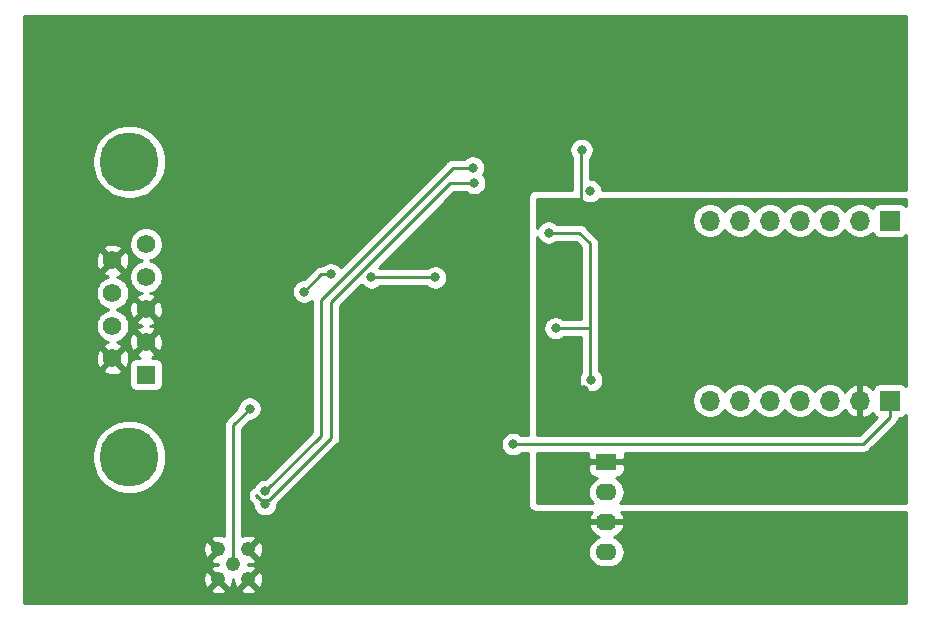
<source format=gbl>
G04 #@! TF.GenerationSoftware,KiCad,Pcbnew,(5.1.5-0)*
G04 #@! TF.CreationDate,2022-06-25T14:07:13-06:00*
G04 #@! TF.ProjectId,DAC_pockel,4441435f-706f-4636-9b65-6c2e6b696361,rev?*
G04 #@! TF.SameCoordinates,Original*
G04 #@! TF.FileFunction,Copper,L2,Bot*
G04 #@! TF.FilePolarity,Positive*
%FSLAX46Y46*%
G04 Gerber Fmt 4.6, Leading zero omitted, Abs format (unit mm)*
G04 Created by KiCad (PCBNEW (5.1.5-0)) date 2022-06-25 14:07:13*
%MOMM*%
%LPD*%
G04 APERTURE LIST*
%ADD10C,5.000000*%
%ADD11C,1.575000*%
%ADD12R,1.575000X1.575000*%
%ADD13O,1.700000X1.700000*%
%ADD14R,1.700000X1.700000*%
%ADD15R,1.800000X1.400000*%
%ADD16O,1.800000X1.400000*%
%ADD17C,1.240000*%
%ADD18C,0.800000*%
%ADD19C,0.250000*%
%ADD20C,0.254000*%
G04 APERTURE END LIST*
D10*
X97600000Y-81000000D03*
D11*
X96180000Y-64360000D03*
X96180000Y-67120000D03*
X96180000Y-69880000D03*
X96180000Y-72640000D03*
X99020000Y-62980000D03*
X99020000Y-65740000D03*
X99020000Y-71260000D03*
D12*
X99020000Y-74020000D03*
D10*
X97600000Y-56000000D03*
D11*
X99020000Y-68500000D03*
D13*
X146760000Y-76220000D03*
X149300000Y-76220000D03*
X151840000Y-76220000D03*
X154380000Y-76220000D03*
X156920000Y-76220000D03*
X159460000Y-76220000D03*
D14*
X162000000Y-76220000D03*
D13*
X146760000Y-60980000D03*
X149300000Y-60980000D03*
X151840000Y-60980000D03*
X154380000Y-60980000D03*
X156920000Y-60980000D03*
X159460000Y-60980000D03*
D14*
X162000000Y-60980000D03*
D15*
X138000000Y-81400000D03*
D16*
X138000000Y-83940000D03*
X138000000Y-86480000D03*
X138000000Y-89020000D03*
D17*
X107670000Y-91370000D03*
X105130000Y-88830000D03*
X107670000Y-88830000D03*
X105130000Y-91370000D03*
X106400000Y-90100000D03*
D18*
X127000000Y-62000000D03*
X125000000Y-61000000D03*
X126000000Y-59000000D03*
X103480000Y-83620000D03*
X136100000Y-75300000D03*
X135875000Y-60600000D03*
X135900000Y-55000000D03*
X136700000Y-74500000D03*
X136600000Y-58500000D03*
X133100000Y-62000000D03*
X133700000Y-70100000D03*
X109100000Y-85000000D03*
X126800000Y-57800000D03*
X109100000Y-83900000D03*
X126700000Y-56500000D03*
X107800000Y-76900000D03*
X130100000Y-79900000D03*
X123500000Y-65800000D03*
X118100000Y-65800000D03*
X114662653Y-65537347D03*
X112400000Y-67000000D03*
D19*
X103480000Y-75720000D02*
X103480000Y-83620000D01*
X99020000Y-71260000D02*
X103480000Y-75720000D01*
X135700001Y-60774999D02*
X135875000Y-60600000D01*
X136100000Y-75300000D02*
X135700001Y-74900001D01*
X135875000Y-55025000D02*
X135900000Y-55000000D01*
X135875000Y-60600000D02*
X135875000Y-55025000D01*
X136600000Y-74400000D02*
X136700000Y-74500000D01*
X136600000Y-65500000D02*
X136600000Y-62900000D01*
X135700000Y-62000000D02*
X133100000Y-62000000D01*
X136600000Y-62900000D02*
X135700000Y-62000000D01*
X133700000Y-70100000D02*
X136500000Y-70100000D01*
X136500000Y-70100000D02*
X136600000Y-70200000D01*
X136600000Y-70200000D02*
X136600000Y-74400000D01*
X136600000Y-65500000D02*
X136600000Y-70200000D01*
X108751999Y-84625001D02*
X109448001Y-84625001D01*
X108374999Y-84248001D02*
X108751999Y-84625001D01*
X108374999Y-84274999D02*
X108374999Y-84248001D01*
X109448001Y-84625001D02*
X114700000Y-79373002D01*
X109100000Y-85000000D02*
X108374999Y-84274999D01*
X114700000Y-79373002D02*
X114700000Y-67900000D01*
X124800000Y-57800000D02*
X126800000Y-57800000D01*
X114700000Y-67900000D02*
X124800000Y-57800000D01*
X109100000Y-83900000D02*
X113800000Y-79200000D01*
X113800000Y-79200000D02*
X113800000Y-67700000D01*
X125000000Y-56500000D02*
X126700000Y-56500000D01*
X113800000Y-67700000D02*
X125000000Y-56500000D01*
X106400000Y-78300000D02*
X107800000Y-76900000D01*
X106400000Y-90100000D02*
X106400000Y-78300000D01*
X159700000Y-79900000D02*
X130100000Y-79900000D01*
X162000000Y-77600000D02*
X159700000Y-79900000D01*
X162000000Y-76500000D02*
X162000000Y-77600000D01*
X123500000Y-65800000D02*
X118100000Y-65800000D01*
X113862653Y-65537347D02*
X112400000Y-67000000D01*
X114662653Y-65537347D02*
X113862653Y-65537347D01*
D20*
G36*
X163340001Y-58365000D02*
G01*
X137628424Y-58365000D01*
X137595226Y-58198102D01*
X137517205Y-58009744D01*
X137403937Y-57840226D01*
X137259774Y-57696063D01*
X137090256Y-57582795D01*
X136901898Y-57504774D01*
X136701939Y-57465000D01*
X136635000Y-57465000D01*
X136635000Y-55728711D01*
X136703937Y-55659774D01*
X136817205Y-55490256D01*
X136895226Y-55301898D01*
X136935000Y-55101939D01*
X136935000Y-54898061D01*
X136895226Y-54698102D01*
X136817205Y-54509744D01*
X136703937Y-54340226D01*
X136559774Y-54196063D01*
X136390256Y-54082795D01*
X136201898Y-54004774D01*
X136001939Y-53965000D01*
X135798061Y-53965000D01*
X135598102Y-54004774D01*
X135409744Y-54082795D01*
X135240226Y-54196063D01*
X135096063Y-54340226D01*
X134982795Y-54509744D01*
X134904774Y-54698102D01*
X134865000Y-54898061D01*
X134865000Y-55101939D01*
X134904774Y-55301898D01*
X134982795Y-55490256D01*
X135096063Y-55659774D01*
X135115001Y-55678712D01*
X135115000Y-58365000D01*
X132000000Y-58365000D01*
X131876118Y-58377201D01*
X131756996Y-58413336D01*
X131647213Y-58472017D01*
X131550987Y-58550987D01*
X131472017Y-58647213D01*
X131413336Y-58756996D01*
X131377201Y-58876118D01*
X131365000Y-59000000D01*
X131365000Y-79140000D01*
X130803711Y-79140000D01*
X130759774Y-79096063D01*
X130590256Y-78982795D01*
X130401898Y-78904774D01*
X130201939Y-78865000D01*
X129998061Y-78865000D01*
X129798102Y-78904774D01*
X129609744Y-78982795D01*
X129440226Y-79096063D01*
X129296063Y-79240226D01*
X129182795Y-79409744D01*
X129104774Y-79598102D01*
X129065000Y-79798061D01*
X129065000Y-80001939D01*
X129104774Y-80201898D01*
X129182795Y-80390256D01*
X129296063Y-80559774D01*
X129440226Y-80703937D01*
X129609744Y-80817205D01*
X129798102Y-80895226D01*
X129998061Y-80935000D01*
X130201939Y-80935000D01*
X130401898Y-80895226D01*
X130590256Y-80817205D01*
X130759774Y-80703937D01*
X130803711Y-80660000D01*
X131365000Y-80660000D01*
X131365000Y-85000000D01*
X131377201Y-85123882D01*
X131413336Y-85243004D01*
X131472017Y-85352787D01*
X131550987Y-85449013D01*
X131647213Y-85527983D01*
X131756996Y-85586664D01*
X131876118Y-85622799D01*
X132000000Y-85635000D01*
X136759545Y-85635000D01*
X136615044Y-85853343D01*
X136515558Y-86096557D01*
X136507284Y-86146671D01*
X136630626Y-86353000D01*
X137873000Y-86353000D01*
X137873000Y-86333000D01*
X138127000Y-86333000D01*
X138127000Y-86353000D01*
X139369374Y-86353000D01*
X139492716Y-86146671D01*
X139484442Y-86096557D01*
X139384956Y-85853343D01*
X139240455Y-85635000D01*
X163340000Y-85635000D01*
X163340000Y-93340000D01*
X88660000Y-93340000D01*
X88660000Y-92234072D01*
X104445533Y-92234072D01*
X104495274Y-92459691D01*
X104720058Y-92562582D01*
X104960596Y-92619642D01*
X105207645Y-92628680D01*
X105451709Y-92589347D01*
X105683410Y-92503156D01*
X105764726Y-92459691D01*
X105814467Y-92234072D01*
X106985533Y-92234072D01*
X107035274Y-92459691D01*
X107260058Y-92562582D01*
X107500596Y-92619642D01*
X107747645Y-92628680D01*
X107991709Y-92589347D01*
X108223410Y-92503156D01*
X108304726Y-92459691D01*
X108354467Y-92234072D01*
X107670000Y-91549605D01*
X106985533Y-92234072D01*
X105814467Y-92234072D01*
X105130000Y-91549605D01*
X104445533Y-92234072D01*
X88660000Y-92234072D01*
X88660000Y-91447645D01*
X103871320Y-91447645D01*
X103910653Y-91691709D01*
X103996844Y-91923410D01*
X104040309Y-92004726D01*
X104265928Y-92054467D01*
X104950395Y-91370000D01*
X104265928Y-90685533D01*
X104040309Y-90735274D01*
X103937418Y-90960058D01*
X103880358Y-91200596D01*
X103871320Y-91447645D01*
X88660000Y-91447645D01*
X88660000Y-88907645D01*
X103871320Y-88907645D01*
X103910653Y-89151709D01*
X103996844Y-89383410D01*
X104040309Y-89464726D01*
X104265928Y-89514467D01*
X104950395Y-88830000D01*
X104265928Y-88145533D01*
X104040309Y-88195274D01*
X103937418Y-88420058D01*
X103880358Y-88660596D01*
X103871320Y-88907645D01*
X88660000Y-88907645D01*
X88660000Y-87965928D01*
X104445533Y-87965928D01*
X105130000Y-88650395D01*
X105144143Y-88636253D01*
X105323748Y-88815858D01*
X105309605Y-88830000D01*
X105323748Y-88844143D01*
X105144143Y-89023748D01*
X105130000Y-89009605D01*
X104445533Y-89694072D01*
X104495274Y-89919691D01*
X104720058Y-90022582D01*
X104960596Y-90079642D01*
X105145000Y-90086388D01*
X105145000Y-90114709D01*
X105052355Y-90111320D01*
X104808291Y-90150653D01*
X104576590Y-90236844D01*
X104495274Y-90280309D01*
X104445533Y-90505928D01*
X105130000Y-91190395D01*
X105144143Y-91176253D01*
X105323748Y-91355858D01*
X105309605Y-91370000D01*
X105994072Y-92054467D01*
X106219691Y-92004726D01*
X106322582Y-91779942D01*
X106379642Y-91539404D01*
X106386388Y-91355000D01*
X106414709Y-91355000D01*
X106411320Y-91447645D01*
X106450653Y-91691709D01*
X106536844Y-91923410D01*
X106580309Y-92004726D01*
X106805928Y-92054467D01*
X107490395Y-91370000D01*
X107849605Y-91370000D01*
X108534072Y-92054467D01*
X108759691Y-92004726D01*
X108862582Y-91779942D01*
X108919642Y-91539404D01*
X108928680Y-91292355D01*
X108889347Y-91048291D01*
X108803156Y-90816590D01*
X108759691Y-90735274D01*
X108534072Y-90685533D01*
X107849605Y-91370000D01*
X107490395Y-91370000D01*
X107476253Y-91355858D01*
X107655858Y-91176253D01*
X107670000Y-91190395D01*
X108354467Y-90505928D01*
X108304726Y-90280309D01*
X108079942Y-90177418D01*
X107839404Y-90120358D01*
X107655000Y-90113612D01*
X107655000Y-90085291D01*
X107747645Y-90088680D01*
X107991709Y-90049347D01*
X108223410Y-89963156D01*
X108304726Y-89919691D01*
X108354467Y-89694072D01*
X107670000Y-89009605D01*
X107655858Y-89023748D01*
X107476253Y-88844143D01*
X107490395Y-88830000D01*
X107849605Y-88830000D01*
X108534072Y-89514467D01*
X108759691Y-89464726D01*
X108862582Y-89239942D01*
X108914756Y-89020000D01*
X136458541Y-89020000D01*
X136484317Y-89281706D01*
X136560653Y-89533354D01*
X136684618Y-89765275D01*
X136851445Y-89968555D01*
X137054725Y-90135382D01*
X137286646Y-90259347D01*
X137538294Y-90335683D01*
X137734421Y-90355000D01*
X138265579Y-90355000D01*
X138461706Y-90335683D01*
X138713354Y-90259347D01*
X138945275Y-90135382D01*
X139148555Y-89968555D01*
X139315382Y-89765275D01*
X139439347Y-89533354D01*
X139515683Y-89281706D01*
X139541459Y-89020000D01*
X139515683Y-88758294D01*
X139439347Y-88506646D01*
X139315382Y-88274725D01*
X139148555Y-88071445D01*
X138945275Y-87904618D01*
X138713354Y-87780653D01*
X138617358Y-87751533D01*
X138837104Y-87659372D01*
X139054946Y-87512418D01*
X139239933Y-87325789D01*
X139384956Y-87106657D01*
X139484442Y-86863443D01*
X139492716Y-86813329D01*
X139369374Y-86607000D01*
X138127000Y-86607000D01*
X138127000Y-86627000D01*
X137873000Y-86627000D01*
X137873000Y-86607000D01*
X136630626Y-86607000D01*
X136507284Y-86813329D01*
X136515558Y-86863443D01*
X136615044Y-87106657D01*
X136760067Y-87325789D01*
X136945054Y-87512418D01*
X137162896Y-87659372D01*
X137382642Y-87751533D01*
X137286646Y-87780653D01*
X137054725Y-87904618D01*
X136851445Y-88071445D01*
X136684618Y-88274725D01*
X136560653Y-88506646D01*
X136484317Y-88758294D01*
X136458541Y-89020000D01*
X108914756Y-89020000D01*
X108919642Y-88999404D01*
X108928680Y-88752355D01*
X108889347Y-88508291D01*
X108803156Y-88276590D01*
X108759691Y-88195274D01*
X108534072Y-88145533D01*
X107849605Y-88830000D01*
X107490395Y-88830000D01*
X107476253Y-88815858D01*
X107655858Y-88636253D01*
X107670000Y-88650395D01*
X108354467Y-87965928D01*
X108304726Y-87740309D01*
X108079942Y-87637418D01*
X107839404Y-87580358D01*
X107592355Y-87571320D01*
X107348291Y-87610653D01*
X107160000Y-87680696D01*
X107160000Y-84248001D01*
X107611323Y-84248001D01*
X107612653Y-84261500D01*
X107611323Y-84274999D01*
X107614999Y-84312321D01*
X107614999Y-84312331D01*
X107625996Y-84423984D01*
X107667187Y-84559774D01*
X107669453Y-84567245D01*
X107740025Y-84699275D01*
X107746983Y-84707753D01*
X107834998Y-84815000D01*
X107864001Y-84838802D01*
X108065000Y-85039801D01*
X108065000Y-85101939D01*
X108104774Y-85301898D01*
X108182795Y-85490256D01*
X108296063Y-85659774D01*
X108440226Y-85803937D01*
X108609744Y-85917205D01*
X108798102Y-85995226D01*
X108998061Y-86035000D01*
X109201939Y-86035000D01*
X109401898Y-85995226D01*
X109590256Y-85917205D01*
X109759774Y-85803937D01*
X109903937Y-85659774D01*
X110017205Y-85490256D01*
X110095226Y-85301898D01*
X110135000Y-85101939D01*
X110135000Y-85012803D01*
X115211004Y-79936800D01*
X115240001Y-79913003D01*
X115334974Y-79797278D01*
X115405546Y-79665249D01*
X115449003Y-79521988D01*
X115460000Y-79410335D01*
X115460000Y-79410326D01*
X115463676Y-79373003D01*
X115460000Y-79335680D01*
X115460000Y-68214801D01*
X117263605Y-66411197D01*
X117296063Y-66459774D01*
X117440226Y-66603937D01*
X117609744Y-66717205D01*
X117798102Y-66795226D01*
X117998061Y-66835000D01*
X118201939Y-66835000D01*
X118401898Y-66795226D01*
X118590256Y-66717205D01*
X118759774Y-66603937D01*
X118803711Y-66560000D01*
X122796289Y-66560000D01*
X122840226Y-66603937D01*
X123009744Y-66717205D01*
X123198102Y-66795226D01*
X123398061Y-66835000D01*
X123601939Y-66835000D01*
X123801898Y-66795226D01*
X123990256Y-66717205D01*
X124159774Y-66603937D01*
X124303937Y-66459774D01*
X124417205Y-66290256D01*
X124495226Y-66101898D01*
X124535000Y-65901939D01*
X124535000Y-65698061D01*
X124495226Y-65498102D01*
X124417205Y-65309744D01*
X124303937Y-65140226D01*
X124159774Y-64996063D01*
X123990256Y-64882795D01*
X123801898Y-64804774D01*
X123601939Y-64765000D01*
X123398061Y-64765000D01*
X123198102Y-64804774D01*
X123009744Y-64882795D01*
X122840226Y-64996063D01*
X122796289Y-65040000D01*
X118803711Y-65040000D01*
X118759774Y-64996063D01*
X118711197Y-64963605D01*
X125114802Y-58560000D01*
X126096289Y-58560000D01*
X126140226Y-58603937D01*
X126309744Y-58717205D01*
X126498102Y-58795226D01*
X126698061Y-58835000D01*
X126901939Y-58835000D01*
X127101898Y-58795226D01*
X127290256Y-58717205D01*
X127459774Y-58603937D01*
X127603937Y-58459774D01*
X127717205Y-58290256D01*
X127795226Y-58101898D01*
X127835000Y-57901939D01*
X127835000Y-57698061D01*
X127795226Y-57498102D01*
X127717205Y-57309744D01*
X127603937Y-57140226D01*
X127551821Y-57088110D01*
X127617205Y-56990256D01*
X127695226Y-56801898D01*
X127735000Y-56601939D01*
X127735000Y-56398061D01*
X127695226Y-56198102D01*
X127617205Y-56009744D01*
X127503937Y-55840226D01*
X127359774Y-55696063D01*
X127190256Y-55582795D01*
X127001898Y-55504774D01*
X126801939Y-55465000D01*
X126598061Y-55465000D01*
X126398102Y-55504774D01*
X126209744Y-55582795D01*
X126040226Y-55696063D01*
X125996289Y-55740000D01*
X125037323Y-55740000D01*
X125000000Y-55736324D01*
X124962677Y-55740000D01*
X124962667Y-55740000D01*
X124851014Y-55750997D01*
X124726801Y-55788676D01*
X124707753Y-55794454D01*
X124575723Y-55865026D01*
X124492083Y-55933668D01*
X124459999Y-55959999D01*
X124436201Y-55988997D01*
X115499048Y-64926150D01*
X115466590Y-64877573D01*
X115322427Y-64733410D01*
X115152909Y-64620142D01*
X114964551Y-64542121D01*
X114764592Y-64502347D01*
X114560714Y-64502347D01*
X114360755Y-64542121D01*
X114172397Y-64620142D01*
X114002879Y-64733410D01*
X113958942Y-64777347D01*
X113899978Y-64777347D01*
X113862653Y-64773671D01*
X113825328Y-64777347D01*
X113825320Y-64777347D01*
X113713667Y-64788344D01*
X113570406Y-64831801D01*
X113438377Y-64902373D01*
X113322652Y-64997346D01*
X113298854Y-65026344D01*
X112360199Y-65965000D01*
X112298061Y-65965000D01*
X112098102Y-66004774D01*
X111909744Y-66082795D01*
X111740226Y-66196063D01*
X111596063Y-66340226D01*
X111482795Y-66509744D01*
X111404774Y-66698102D01*
X111365000Y-66898061D01*
X111365000Y-67101939D01*
X111404774Y-67301898D01*
X111482795Y-67490256D01*
X111596063Y-67659774D01*
X111740226Y-67803937D01*
X111909744Y-67917205D01*
X112098102Y-67995226D01*
X112298061Y-68035000D01*
X112501939Y-68035000D01*
X112701898Y-67995226D01*
X112890256Y-67917205D01*
X113040001Y-67817149D01*
X113040000Y-78885198D01*
X109060199Y-82865000D01*
X108998061Y-82865000D01*
X108798102Y-82904774D01*
X108609744Y-82982795D01*
X108440226Y-83096063D01*
X108296063Y-83240226D01*
X108182795Y-83409744D01*
X108134301Y-83526818D01*
X108082753Y-83542455D01*
X107950723Y-83613027D01*
X107871195Y-83678294D01*
X107834998Y-83708000D01*
X107740025Y-83823725D01*
X107669453Y-83955754D01*
X107625996Y-84099015D01*
X107614999Y-84210668D01*
X107614999Y-84210679D01*
X107611323Y-84248001D01*
X107160000Y-84248001D01*
X107160000Y-78614801D01*
X107839802Y-77935000D01*
X107901939Y-77935000D01*
X108101898Y-77895226D01*
X108290256Y-77817205D01*
X108459774Y-77703937D01*
X108603937Y-77559774D01*
X108717205Y-77390256D01*
X108795226Y-77201898D01*
X108835000Y-77001939D01*
X108835000Y-76798061D01*
X108795226Y-76598102D01*
X108717205Y-76409744D01*
X108603937Y-76240226D01*
X108459774Y-76096063D01*
X108290256Y-75982795D01*
X108101898Y-75904774D01*
X107901939Y-75865000D01*
X107698061Y-75865000D01*
X107498102Y-75904774D01*
X107309744Y-75982795D01*
X107140226Y-76096063D01*
X106996063Y-76240226D01*
X106882795Y-76409744D01*
X106804774Y-76598102D01*
X106765000Y-76798061D01*
X106765000Y-76860198D01*
X105888998Y-77736201D01*
X105860000Y-77759999D01*
X105836202Y-77788997D01*
X105836201Y-77788998D01*
X105765026Y-77875724D01*
X105694454Y-78007754D01*
X105650998Y-78151015D01*
X105636324Y-78300000D01*
X105640001Y-78337332D01*
X105640000Y-87683218D01*
X105539942Y-87637418D01*
X105299404Y-87580358D01*
X105052355Y-87571320D01*
X104808291Y-87610653D01*
X104576590Y-87696844D01*
X104495274Y-87740309D01*
X104445533Y-87965928D01*
X88660000Y-87965928D01*
X88660000Y-80691229D01*
X94465000Y-80691229D01*
X94465000Y-81308771D01*
X94585476Y-81914446D01*
X94821799Y-82484979D01*
X95164886Y-82998446D01*
X95601554Y-83435114D01*
X96115021Y-83778201D01*
X96685554Y-84014524D01*
X97291229Y-84135000D01*
X97908771Y-84135000D01*
X98514446Y-84014524D01*
X99084979Y-83778201D01*
X99598446Y-83435114D01*
X100035114Y-82998446D01*
X100378201Y-82484979D01*
X100614524Y-81914446D01*
X100735000Y-81308771D01*
X100735000Y-80691229D01*
X100614524Y-80085554D01*
X100378201Y-79515021D01*
X100035114Y-79001554D01*
X99598446Y-78564886D01*
X99084979Y-78221799D01*
X98514446Y-77985476D01*
X97908771Y-77865000D01*
X97291229Y-77865000D01*
X96685554Y-77985476D01*
X96115021Y-78221799D01*
X95601554Y-78564886D01*
X95164886Y-79001554D01*
X94821799Y-79515021D01*
X94585476Y-80085554D01*
X94465000Y-80691229D01*
X88660000Y-80691229D01*
X88660000Y-73623776D01*
X95375829Y-73623776D01*
X95445898Y-73866470D01*
X95699276Y-73986121D01*
X95971128Y-74054040D01*
X96251008Y-74067619D01*
X96528157Y-74026334D01*
X96791928Y-73931774D01*
X96914102Y-73866470D01*
X96984171Y-73623776D01*
X96180000Y-72819605D01*
X95375829Y-73623776D01*
X88660000Y-73623776D01*
X88660000Y-72711008D01*
X94752381Y-72711008D01*
X94793666Y-72988157D01*
X94888226Y-73251928D01*
X94953530Y-73374102D01*
X95196224Y-73444171D01*
X96000395Y-72640000D01*
X96359605Y-72640000D01*
X97163776Y-73444171D01*
X97406470Y-73374102D01*
X97473337Y-73232500D01*
X97594428Y-73232500D01*
X97594428Y-74807500D01*
X97606688Y-74931982D01*
X97642998Y-75051680D01*
X97701963Y-75161994D01*
X97781315Y-75258685D01*
X97878006Y-75338037D01*
X97988320Y-75397002D01*
X98108018Y-75433312D01*
X98232500Y-75445572D01*
X99807500Y-75445572D01*
X99931982Y-75433312D01*
X100051680Y-75397002D01*
X100161994Y-75338037D01*
X100258685Y-75258685D01*
X100338037Y-75161994D01*
X100397002Y-75051680D01*
X100433312Y-74931982D01*
X100445572Y-74807500D01*
X100445572Y-73232500D01*
X100433312Y-73108018D01*
X100397002Y-72988320D01*
X100338037Y-72878006D01*
X100258685Y-72781315D01*
X100161994Y-72701963D01*
X100051680Y-72642998D01*
X99931982Y-72606688D01*
X99807500Y-72594428D01*
X99512947Y-72594428D01*
X99631928Y-72551774D01*
X99754102Y-72486470D01*
X99824171Y-72243776D01*
X99020000Y-71439605D01*
X98215829Y-72243776D01*
X98285898Y-72486470D01*
X98514514Y-72594428D01*
X98232500Y-72594428D01*
X98108018Y-72606688D01*
X97988320Y-72642998D01*
X97878006Y-72701963D01*
X97781315Y-72781315D01*
X97701963Y-72878006D01*
X97642998Y-72988320D01*
X97606688Y-73108018D01*
X97594428Y-73232500D01*
X97473337Y-73232500D01*
X97526121Y-73120724D01*
X97594040Y-72848872D01*
X97607619Y-72568992D01*
X97566334Y-72291843D01*
X97471774Y-72028072D01*
X97406470Y-71905898D01*
X97163776Y-71835829D01*
X96359605Y-72640000D01*
X96000395Y-72640000D01*
X95196224Y-71835829D01*
X94953530Y-71905898D01*
X94833879Y-72159276D01*
X94765960Y-72431128D01*
X94752381Y-72711008D01*
X88660000Y-72711008D01*
X88660000Y-66979896D01*
X94757500Y-66979896D01*
X94757500Y-67260104D01*
X94812166Y-67534928D01*
X94919397Y-67793806D01*
X95075072Y-68026791D01*
X95273209Y-68224928D01*
X95506194Y-68380603D01*
X95765072Y-68487834D01*
X95826234Y-68500000D01*
X95765072Y-68512166D01*
X95506194Y-68619397D01*
X95273209Y-68775072D01*
X95075072Y-68973209D01*
X94919397Y-69206194D01*
X94812166Y-69465072D01*
X94757500Y-69739896D01*
X94757500Y-70020104D01*
X94812166Y-70294928D01*
X94919397Y-70553806D01*
X95075072Y-70786791D01*
X95273209Y-70984928D01*
X95506194Y-71140603D01*
X95765072Y-71247834D01*
X95818478Y-71258457D01*
X95568072Y-71348226D01*
X95445898Y-71413530D01*
X95375829Y-71656224D01*
X96180000Y-72460395D01*
X96984171Y-71656224D01*
X96914102Y-71413530D01*
X96739350Y-71331008D01*
X97592381Y-71331008D01*
X97633666Y-71608157D01*
X97728226Y-71871928D01*
X97793530Y-71994102D01*
X98036224Y-72064171D01*
X98840395Y-71260000D01*
X99199605Y-71260000D01*
X100003776Y-72064171D01*
X100246470Y-71994102D01*
X100366121Y-71740724D01*
X100434040Y-71468872D01*
X100447619Y-71188992D01*
X100406334Y-70911843D01*
X100311774Y-70648072D01*
X100246470Y-70525898D01*
X100003776Y-70455829D01*
X99199605Y-71260000D01*
X98840395Y-71260000D01*
X98036224Y-70455829D01*
X97793530Y-70525898D01*
X97673879Y-70779276D01*
X97605960Y-71051128D01*
X97592381Y-71331008D01*
X96739350Y-71331008D01*
X96660724Y-71293879D01*
X96528952Y-71260957D01*
X96594928Y-71247834D01*
X96853806Y-71140603D01*
X97086791Y-70984928D01*
X97284928Y-70786791D01*
X97440603Y-70553806D01*
X97547834Y-70294928D01*
X97602500Y-70020104D01*
X97602500Y-69739896D01*
X97551555Y-69483776D01*
X98215829Y-69483776D01*
X98285898Y-69726470D01*
X98539276Y-69846121D01*
X98662678Y-69876952D01*
X98408072Y-69968226D01*
X98285898Y-70033530D01*
X98215829Y-70276224D01*
X99020000Y-71080395D01*
X99824171Y-70276224D01*
X99754102Y-70033530D01*
X99500724Y-69913879D01*
X99377322Y-69883048D01*
X99631928Y-69791774D01*
X99754102Y-69726470D01*
X99824171Y-69483776D01*
X99020000Y-68679605D01*
X98215829Y-69483776D01*
X97551555Y-69483776D01*
X97547834Y-69465072D01*
X97440603Y-69206194D01*
X97284928Y-68973209D01*
X97086791Y-68775072D01*
X96853806Y-68619397D01*
X96736985Y-68571008D01*
X97592381Y-68571008D01*
X97633666Y-68848157D01*
X97728226Y-69111928D01*
X97793530Y-69234102D01*
X98036224Y-69304171D01*
X98840395Y-68500000D01*
X99199605Y-68500000D01*
X100003776Y-69304171D01*
X100246470Y-69234102D01*
X100366121Y-68980724D01*
X100434040Y-68708872D01*
X100447619Y-68428992D01*
X100406334Y-68151843D01*
X100311774Y-67888072D01*
X100246470Y-67765898D01*
X100003776Y-67695829D01*
X99199605Y-68500000D01*
X98840395Y-68500000D01*
X98036224Y-67695829D01*
X97793530Y-67765898D01*
X97673879Y-68019276D01*
X97605960Y-68291128D01*
X97592381Y-68571008D01*
X96736985Y-68571008D01*
X96594928Y-68512166D01*
X96533766Y-68500000D01*
X96594928Y-68487834D01*
X96853806Y-68380603D01*
X97086791Y-68224928D01*
X97284928Y-68026791D01*
X97440603Y-67793806D01*
X97547834Y-67534928D01*
X97602500Y-67260104D01*
X97602500Y-66979896D01*
X97547834Y-66705072D01*
X97440603Y-66446194D01*
X97284928Y-66213209D01*
X97086791Y-66015072D01*
X96853806Y-65859397D01*
X96594928Y-65752166D01*
X96541522Y-65741543D01*
X96791928Y-65651774D01*
X96914102Y-65586470D01*
X96984171Y-65343776D01*
X96180000Y-64539605D01*
X95375829Y-65343776D01*
X95445898Y-65586470D01*
X95699276Y-65706121D01*
X95831048Y-65739043D01*
X95765072Y-65752166D01*
X95506194Y-65859397D01*
X95273209Y-66015072D01*
X95075072Y-66213209D01*
X94919397Y-66446194D01*
X94812166Y-66705072D01*
X94757500Y-66979896D01*
X88660000Y-66979896D01*
X88660000Y-64431008D01*
X94752381Y-64431008D01*
X94793666Y-64708157D01*
X94888226Y-64971928D01*
X94953530Y-65094102D01*
X95196224Y-65164171D01*
X96000395Y-64360000D01*
X96359605Y-64360000D01*
X97163776Y-65164171D01*
X97406470Y-65094102D01*
X97526121Y-64840724D01*
X97594040Y-64568872D01*
X97607619Y-64288992D01*
X97566334Y-64011843D01*
X97471774Y-63748072D01*
X97406470Y-63625898D01*
X97163776Y-63555829D01*
X96359605Y-64360000D01*
X96000395Y-64360000D01*
X95196224Y-63555829D01*
X94953530Y-63625898D01*
X94833879Y-63879276D01*
X94765960Y-64151128D01*
X94752381Y-64431008D01*
X88660000Y-64431008D01*
X88660000Y-63376224D01*
X95375829Y-63376224D01*
X96180000Y-64180395D01*
X96984171Y-63376224D01*
X96914102Y-63133530D01*
X96660724Y-63013879D01*
X96388872Y-62945960D01*
X96108992Y-62932381D01*
X95831843Y-62973666D01*
X95568072Y-63068226D01*
X95445898Y-63133530D01*
X95375829Y-63376224D01*
X88660000Y-63376224D01*
X88660000Y-62839896D01*
X97597500Y-62839896D01*
X97597500Y-63120104D01*
X97652166Y-63394928D01*
X97759397Y-63653806D01*
X97915072Y-63886791D01*
X98113209Y-64084928D01*
X98346194Y-64240603D01*
X98605072Y-64347834D01*
X98666234Y-64360000D01*
X98605072Y-64372166D01*
X98346194Y-64479397D01*
X98113209Y-64635072D01*
X97915072Y-64833209D01*
X97759397Y-65066194D01*
X97652166Y-65325072D01*
X97597500Y-65599896D01*
X97597500Y-65880104D01*
X97652166Y-66154928D01*
X97759397Y-66413806D01*
X97915072Y-66646791D01*
X98113209Y-66844928D01*
X98346194Y-67000603D01*
X98605072Y-67107834D01*
X98658478Y-67118457D01*
X98408072Y-67208226D01*
X98285898Y-67273530D01*
X98215829Y-67516224D01*
X99020000Y-68320395D01*
X99824171Y-67516224D01*
X99754102Y-67273530D01*
X99500724Y-67153879D01*
X99368952Y-67120957D01*
X99434928Y-67107834D01*
X99693806Y-67000603D01*
X99926791Y-66844928D01*
X100124928Y-66646791D01*
X100280603Y-66413806D01*
X100387834Y-66154928D01*
X100442500Y-65880104D01*
X100442500Y-65599896D01*
X100387834Y-65325072D01*
X100280603Y-65066194D01*
X100124928Y-64833209D01*
X99926791Y-64635072D01*
X99693806Y-64479397D01*
X99434928Y-64372166D01*
X99373766Y-64360000D01*
X99434928Y-64347834D01*
X99693806Y-64240603D01*
X99926791Y-64084928D01*
X100124928Y-63886791D01*
X100280603Y-63653806D01*
X100387834Y-63394928D01*
X100442500Y-63120104D01*
X100442500Y-62839896D01*
X100387834Y-62565072D01*
X100280603Y-62306194D01*
X100124928Y-62073209D01*
X99926791Y-61875072D01*
X99693806Y-61719397D01*
X99434928Y-61612166D01*
X99160104Y-61557500D01*
X98879896Y-61557500D01*
X98605072Y-61612166D01*
X98346194Y-61719397D01*
X98113209Y-61875072D01*
X97915072Y-62073209D01*
X97759397Y-62306194D01*
X97652166Y-62565072D01*
X97597500Y-62839896D01*
X88660000Y-62839896D01*
X88660000Y-55691229D01*
X94465000Y-55691229D01*
X94465000Y-56308771D01*
X94585476Y-56914446D01*
X94821799Y-57484979D01*
X95164886Y-57998446D01*
X95601554Y-58435114D01*
X96115021Y-58778201D01*
X96685554Y-59014524D01*
X97291229Y-59135000D01*
X97908771Y-59135000D01*
X98514446Y-59014524D01*
X99084979Y-58778201D01*
X99598446Y-58435114D01*
X100035114Y-57998446D01*
X100378201Y-57484979D01*
X100614524Y-56914446D01*
X100735000Y-56308771D01*
X100735000Y-55691229D01*
X100614524Y-55085554D01*
X100378201Y-54515021D01*
X100035114Y-54001554D01*
X99598446Y-53564886D01*
X99084979Y-53221799D01*
X98514446Y-52985476D01*
X97908771Y-52865000D01*
X97291229Y-52865000D01*
X96685554Y-52985476D01*
X96115021Y-53221799D01*
X95601554Y-53564886D01*
X95164886Y-54001554D01*
X94821799Y-54515021D01*
X94585476Y-55085554D01*
X94465000Y-55691229D01*
X88660000Y-55691229D01*
X88660000Y-43660000D01*
X163340001Y-43660000D01*
X163340001Y-58365000D01*
G37*
X163340001Y-58365000D02*
X137628424Y-58365000D01*
X137595226Y-58198102D01*
X137517205Y-58009744D01*
X137403937Y-57840226D01*
X137259774Y-57696063D01*
X137090256Y-57582795D01*
X136901898Y-57504774D01*
X136701939Y-57465000D01*
X136635000Y-57465000D01*
X136635000Y-55728711D01*
X136703937Y-55659774D01*
X136817205Y-55490256D01*
X136895226Y-55301898D01*
X136935000Y-55101939D01*
X136935000Y-54898061D01*
X136895226Y-54698102D01*
X136817205Y-54509744D01*
X136703937Y-54340226D01*
X136559774Y-54196063D01*
X136390256Y-54082795D01*
X136201898Y-54004774D01*
X136001939Y-53965000D01*
X135798061Y-53965000D01*
X135598102Y-54004774D01*
X135409744Y-54082795D01*
X135240226Y-54196063D01*
X135096063Y-54340226D01*
X134982795Y-54509744D01*
X134904774Y-54698102D01*
X134865000Y-54898061D01*
X134865000Y-55101939D01*
X134904774Y-55301898D01*
X134982795Y-55490256D01*
X135096063Y-55659774D01*
X135115001Y-55678712D01*
X135115000Y-58365000D01*
X132000000Y-58365000D01*
X131876118Y-58377201D01*
X131756996Y-58413336D01*
X131647213Y-58472017D01*
X131550987Y-58550987D01*
X131472017Y-58647213D01*
X131413336Y-58756996D01*
X131377201Y-58876118D01*
X131365000Y-59000000D01*
X131365000Y-79140000D01*
X130803711Y-79140000D01*
X130759774Y-79096063D01*
X130590256Y-78982795D01*
X130401898Y-78904774D01*
X130201939Y-78865000D01*
X129998061Y-78865000D01*
X129798102Y-78904774D01*
X129609744Y-78982795D01*
X129440226Y-79096063D01*
X129296063Y-79240226D01*
X129182795Y-79409744D01*
X129104774Y-79598102D01*
X129065000Y-79798061D01*
X129065000Y-80001939D01*
X129104774Y-80201898D01*
X129182795Y-80390256D01*
X129296063Y-80559774D01*
X129440226Y-80703937D01*
X129609744Y-80817205D01*
X129798102Y-80895226D01*
X129998061Y-80935000D01*
X130201939Y-80935000D01*
X130401898Y-80895226D01*
X130590256Y-80817205D01*
X130759774Y-80703937D01*
X130803711Y-80660000D01*
X131365000Y-80660000D01*
X131365000Y-85000000D01*
X131377201Y-85123882D01*
X131413336Y-85243004D01*
X131472017Y-85352787D01*
X131550987Y-85449013D01*
X131647213Y-85527983D01*
X131756996Y-85586664D01*
X131876118Y-85622799D01*
X132000000Y-85635000D01*
X136759545Y-85635000D01*
X136615044Y-85853343D01*
X136515558Y-86096557D01*
X136507284Y-86146671D01*
X136630626Y-86353000D01*
X137873000Y-86353000D01*
X137873000Y-86333000D01*
X138127000Y-86333000D01*
X138127000Y-86353000D01*
X139369374Y-86353000D01*
X139492716Y-86146671D01*
X139484442Y-86096557D01*
X139384956Y-85853343D01*
X139240455Y-85635000D01*
X163340000Y-85635000D01*
X163340000Y-93340000D01*
X88660000Y-93340000D01*
X88660000Y-92234072D01*
X104445533Y-92234072D01*
X104495274Y-92459691D01*
X104720058Y-92562582D01*
X104960596Y-92619642D01*
X105207645Y-92628680D01*
X105451709Y-92589347D01*
X105683410Y-92503156D01*
X105764726Y-92459691D01*
X105814467Y-92234072D01*
X106985533Y-92234072D01*
X107035274Y-92459691D01*
X107260058Y-92562582D01*
X107500596Y-92619642D01*
X107747645Y-92628680D01*
X107991709Y-92589347D01*
X108223410Y-92503156D01*
X108304726Y-92459691D01*
X108354467Y-92234072D01*
X107670000Y-91549605D01*
X106985533Y-92234072D01*
X105814467Y-92234072D01*
X105130000Y-91549605D01*
X104445533Y-92234072D01*
X88660000Y-92234072D01*
X88660000Y-91447645D01*
X103871320Y-91447645D01*
X103910653Y-91691709D01*
X103996844Y-91923410D01*
X104040309Y-92004726D01*
X104265928Y-92054467D01*
X104950395Y-91370000D01*
X104265928Y-90685533D01*
X104040309Y-90735274D01*
X103937418Y-90960058D01*
X103880358Y-91200596D01*
X103871320Y-91447645D01*
X88660000Y-91447645D01*
X88660000Y-88907645D01*
X103871320Y-88907645D01*
X103910653Y-89151709D01*
X103996844Y-89383410D01*
X104040309Y-89464726D01*
X104265928Y-89514467D01*
X104950395Y-88830000D01*
X104265928Y-88145533D01*
X104040309Y-88195274D01*
X103937418Y-88420058D01*
X103880358Y-88660596D01*
X103871320Y-88907645D01*
X88660000Y-88907645D01*
X88660000Y-87965928D01*
X104445533Y-87965928D01*
X105130000Y-88650395D01*
X105144143Y-88636253D01*
X105323748Y-88815858D01*
X105309605Y-88830000D01*
X105323748Y-88844143D01*
X105144143Y-89023748D01*
X105130000Y-89009605D01*
X104445533Y-89694072D01*
X104495274Y-89919691D01*
X104720058Y-90022582D01*
X104960596Y-90079642D01*
X105145000Y-90086388D01*
X105145000Y-90114709D01*
X105052355Y-90111320D01*
X104808291Y-90150653D01*
X104576590Y-90236844D01*
X104495274Y-90280309D01*
X104445533Y-90505928D01*
X105130000Y-91190395D01*
X105144143Y-91176253D01*
X105323748Y-91355858D01*
X105309605Y-91370000D01*
X105994072Y-92054467D01*
X106219691Y-92004726D01*
X106322582Y-91779942D01*
X106379642Y-91539404D01*
X106386388Y-91355000D01*
X106414709Y-91355000D01*
X106411320Y-91447645D01*
X106450653Y-91691709D01*
X106536844Y-91923410D01*
X106580309Y-92004726D01*
X106805928Y-92054467D01*
X107490395Y-91370000D01*
X107849605Y-91370000D01*
X108534072Y-92054467D01*
X108759691Y-92004726D01*
X108862582Y-91779942D01*
X108919642Y-91539404D01*
X108928680Y-91292355D01*
X108889347Y-91048291D01*
X108803156Y-90816590D01*
X108759691Y-90735274D01*
X108534072Y-90685533D01*
X107849605Y-91370000D01*
X107490395Y-91370000D01*
X107476253Y-91355858D01*
X107655858Y-91176253D01*
X107670000Y-91190395D01*
X108354467Y-90505928D01*
X108304726Y-90280309D01*
X108079942Y-90177418D01*
X107839404Y-90120358D01*
X107655000Y-90113612D01*
X107655000Y-90085291D01*
X107747645Y-90088680D01*
X107991709Y-90049347D01*
X108223410Y-89963156D01*
X108304726Y-89919691D01*
X108354467Y-89694072D01*
X107670000Y-89009605D01*
X107655858Y-89023748D01*
X107476253Y-88844143D01*
X107490395Y-88830000D01*
X107849605Y-88830000D01*
X108534072Y-89514467D01*
X108759691Y-89464726D01*
X108862582Y-89239942D01*
X108914756Y-89020000D01*
X136458541Y-89020000D01*
X136484317Y-89281706D01*
X136560653Y-89533354D01*
X136684618Y-89765275D01*
X136851445Y-89968555D01*
X137054725Y-90135382D01*
X137286646Y-90259347D01*
X137538294Y-90335683D01*
X137734421Y-90355000D01*
X138265579Y-90355000D01*
X138461706Y-90335683D01*
X138713354Y-90259347D01*
X138945275Y-90135382D01*
X139148555Y-89968555D01*
X139315382Y-89765275D01*
X139439347Y-89533354D01*
X139515683Y-89281706D01*
X139541459Y-89020000D01*
X139515683Y-88758294D01*
X139439347Y-88506646D01*
X139315382Y-88274725D01*
X139148555Y-88071445D01*
X138945275Y-87904618D01*
X138713354Y-87780653D01*
X138617358Y-87751533D01*
X138837104Y-87659372D01*
X139054946Y-87512418D01*
X139239933Y-87325789D01*
X139384956Y-87106657D01*
X139484442Y-86863443D01*
X139492716Y-86813329D01*
X139369374Y-86607000D01*
X138127000Y-86607000D01*
X138127000Y-86627000D01*
X137873000Y-86627000D01*
X137873000Y-86607000D01*
X136630626Y-86607000D01*
X136507284Y-86813329D01*
X136515558Y-86863443D01*
X136615044Y-87106657D01*
X136760067Y-87325789D01*
X136945054Y-87512418D01*
X137162896Y-87659372D01*
X137382642Y-87751533D01*
X137286646Y-87780653D01*
X137054725Y-87904618D01*
X136851445Y-88071445D01*
X136684618Y-88274725D01*
X136560653Y-88506646D01*
X136484317Y-88758294D01*
X136458541Y-89020000D01*
X108914756Y-89020000D01*
X108919642Y-88999404D01*
X108928680Y-88752355D01*
X108889347Y-88508291D01*
X108803156Y-88276590D01*
X108759691Y-88195274D01*
X108534072Y-88145533D01*
X107849605Y-88830000D01*
X107490395Y-88830000D01*
X107476253Y-88815858D01*
X107655858Y-88636253D01*
X107670000Y-88650395D01*
X108354467Y-87965928D01*
X108304726Y-87740309D01*
X108079942Y-87637418D01*
X107839404Y-87580358D01*
X107592355Y-87571320D01*
X107348291Y-87610653D01*
X107160000Y-87680696D01*
X107160000Y-84248001D01*
X107611323Y-84248001D01*
X107612653Y-84261500D01*
X107611323Y-84274999D01*
X107614999Y-84312321D01*
X107614999Y-84312331D01*
X107625996Y-84423984D01*
X107667187Y-84559774D01*
X107669453Y-84567245D01*
X107740025Y-84699275D01*
X107746983Y-84707753D01*
X107834998Y-84815000D01*
X107864001Y-84838802D01*
X108065000Y-85039801D01*
X108065000Y-85101939D01*
X108104774Y-85301898D01*
X108182795Y-85490256D01*
X108296063Y-85659774D01*
X108440226Y-85803937D01*
X108609744Y-85917205D01*
X108798102Y-85995226D01*
X108998061Y-86035000D01*
X109201939Y-86035000D01*
X109401898Y-85995226D01*
X109590256Y-85917205D01*
X109759774Y-85803937D01*
X109903937Y-85659774D01*
X110017205Y-85490256D01*
X110095226Y-85301898D01*
X110135000Y-85101939D01*
X110135000Y-85012803D01*
X115211004Y-79936800D01*
X115240001Y-79913003D01*
X115334974Y-79797278D01*
X115405546Y-79665249D01*
X115449003Y-79521988D01*
X115460000Y-79410335D01*
X115460000Y-79410326D01*
X115463676Y-79373003D01*
X115460000Y-79335680D01*
X115460000Y-68214801D01*
X117263605Y-66411197D01*
X117296063Y-66459774D01*
X117440226Y-66603937D01*
X117609744Y-66717205D01*
X117798102Y-66795226D01*
X117998061Y-66835000D01*
X118201939Y-66835000D01*
X118401898Y-66795226D01*
X118590256Y-66717205D01*
X118759774Y-66603937D01*
X118803711Y-66560000D01*
X122796289Y-66560000D01*
X122840226Y-66603937D01*
X123009744Y-66717205D01*
X123198102Y-66795226D01*
X123398061Y-66835000D01*
X123601939Y-66835000D01*
X123801898Y-66795226D01*
X123990256Y-66717205D01*
X124159774Y-66603937D01*
X124303937Y-66459774D01*
X124417205Y-66290256D01*
X124495226Y-66101898D01*
X124535000Y-65901939D01*
X124535000Y-65698061D01*
X124495226Y-65498102D01*
X124417205Y-65309744D01*
X124303937Y-65140226D01*
X124159774Y-64996063D01*
X123990256Y-64882795D01*
X123801898Y-64804774D01*
X123601939Y-64765000D01*
X123398061Y-64765000D01*
X123198102Y-64804774D01*
X123009744Y-64882795D01*
X122840226Y-64996063D01*
X122796289Y-65040000D01*
X118803711Y-65040000D01*
X118759774Y-64996063D01*
X118711197Y-64963605D01*
X125114802Y-58560000D01*
X126096289Y-58560000D01*
X126140226Y-58603937D01*
X126309744Y-58717205D01*
X126498102Y-58795226D01*
X126698061Y-58835000D01*
X126901939Y-58835000D01*
X127101898Y-58795226D01*
X127290256Y-58717205D01*
X127459774Y-58603937D01*
X127603937Y-58459774D01*
X127717205Y-58290256D01*
X127795226Y-58101898D01*
X127835000Y-57901939D01*
X127835000Y-57698061D01*
X127795226Y-57498102D01*
X127717205Y-57309744D01*
X127603937Y-57140226D01*
X127551821Y-57088110D01*
X127617205Y-56990256D01*
X127695226Y-56801898D01*
X127735000Y-56601939D01*
X127735000Y-56398061D01*
X127695226Y-56198102D01*
X127617205Y-56009744D01*
X127503937Y-55840226D01*
X127359774Y-55696063D01*
X127190256Y-55582795D01*
X127001898Y-55504774D01*
X126801939Y-55465000D01*
X126598061Y-55465000D01*
X126398102Y-55504774D01*
X126209744Y-55582795D01*
X126040226Y-55696063D01*
X125996289Y-55740000D01*
X125037323Y-55740000D01*
X125000000Y-55736324D01*
X124962677Y-55740000D01*
X124962667Y-55740000D01*
X124851014Y-55750997D01*
X124726801Y-55788676D01*
X124707753Y-55794454D01*
X124575723Y-55865026D01*
X124492083Y-55933668D01*
X124459999Y-55959999D01*
X124436201Y-55988997D01*
X115499048Y-64926150D01*
X115466590Y-64877573D01*
X115322427Y-64733410D01*
X115152909Y-64620142D01*
X114964551Y-64542121D01*
X114764592Y-64502347D01*
X114560714Y-64502347D01*
X114360755Y-64542121D01*
X114172397Y-64620142D01*
X114002879Y-64733410D01*
X113958942Y-64777347D01*
X113899978Y-64777347D01*
X113862653Y-64773671D01*
X113825328Y-64777347D01*
X113825320Y-64777347D01*
X113713667Y-64788344D01*
X113570406Y-64831801D01*
X113438377Y-64902373D01*
X113322652Y-64997346D01*
X113298854Y-65026344D01*
X112360199Y-65965000D01*
X112298061Y-65965000D01*
X112098102Y-66004774D01*
X111909744Y-66082795D01*
X111740226Y-66196063D01*
X111596063Y-66340226D01*
X111482795Y-66509744D01*
X111404774Y-66698102D01*
X111365000Y-66898061D01*
X111365000Y-67101939D01*
X111404774Y-67301898D01*
X111482795Y-67490256D01*
X111596063Y-67659774D01*
X111740226Y-67803937D01*
X111909744Y-67917205D01*
X112098102Y-67995226D01*
X112298061Y-68035000D01*
X112501939Y-68035000D01*
X112701898Y-67995226D01*
X112890256Y-67917205D01*
X113040001Y-67817149D01*
X113040000Y-78885198D01*
X109060199Y-82865000D01*
X108998061Y-82865000D01*
X108798102Y-82904774D01*
X108609744Y-82982795D01*
X108440226Y-83096063D01*
X108296063Y-83240226D01*
X108182795Y-83409744D01*
X108134301Y-83526818D01*
X108082753Y-83542455D01*
X107950723Y-83613027D01*
X107871195Y-83678294D01*
X107834998Y-83708000D01*
X107740025Y-83823725D01*
X107669453Y-83955754D01*
X107625996Y-84099015D01*
X107614999Y-84210668D01*
X107614999Y-84210679D01*
X107611323Y-84248001D01*
X107160000Y-84248001D01*
X107160000Y-78614801D01*
X107839802Y-77935000D01*
X107901939Y-77935000D01*
X108101898Y-77895226D01*
X108290256Y-77817205D01*
X108459774Y-77703937D01*
X108603937Y-77559774D01*
X108717205Y-77390256D01*
X108795226Y-77201898D01*
X108835000Y-77001939D01*
X108835000Y-76798061D01*
X108795226Y-76598102D01*
X108717205Y-76409744D01*
X108603937Y-76240226D01*
X108459774Y-76096063D01*
X108290256Y-75982795D01*
X108101898Y-75904774D01*
X107901939Y-75865000D01*
X107698061Y-75865000D01*
X107498102Y-75904774D01*
X107309744Y-75982795D01*
X107140226Y-76096063D01*
X106996063Y-76240226D01*
X106882795Y-76409744D01*
X106804774Y-76598102D01*
X106765000Y-76798061D01*
X106765000Y-76860198D01*
X105888998Y-77736201D01*
X105860000Y-77759999D01*
X105836202Y-77788997D01*
X105836201Y-77788998D01*
X105765026Y-77875724D01*
X105694454Y-78007754D01*
X105650998Y-78151015D01*
X105636324Y-78300000D01*
X105640001Y-78337332D01*
X105640000Y-87683218D01*
X105539942Y-87637418D01*
X105299404Y-87580358D01*
X105052355Y-87571320D01*
X104808291Y-87610653D01*
X104576590Y-87696844D01*
X104495274Y-87740309D01*
X104445533Y-87965928D01*
X88660000Y-87965928D01*
X88660000Y-80691229D01*
X94465000Y-80691229D01*
X94465000Y-81308771D01*
X94585476Y-81914446D01*
X94821799Y-82484979D01*
X95164886Y-82998446D01*
X95601554Y-83435114D01*
X96115021Y-83778201D01*
X96685554Y-84014524D01*
X97291229Y-84135000D01*
X97908771Y-84135000D01*
X98514446Y-84014524D01*
X99084979Y-83778201D01*
X99598446Y-83435114D01*
X100035114Y-82998446D01*
X100378201Y-82484979D01*
X100614524Y-81914446D01*
X100735000Y-81308771D01*
X100735000Y-80691229D01*
X100614524Y-80085554D01*
X100378201Y-79515021D01*
X100035114Y-79001554D01*
X99598446Y-78564886D01*
X99084979Y-78221799D01*
X98514446Y-77985476D01*
X97908771Y-77865000D01*
X97291229Y-77865000D01*
X96685554Y-77985476D01*
X96115021Y-78221799D01*
X95601554Y-78564886D01*
X95164886Y-79001554D01*
X94821799Y-79515021D01*
X94585476Y-80085554D01*
X94465000Y-80691229D01*
X88660000Y-80691229D01*
X88660000Y-73623776D01*
X95375829Y-73623776D01*
X95445898Y-73866470D01*
X95699276Y-73986121D01*
X95971128Y-74054040D01*
X96251008Y-74067619D01*
X96528157Y-74026334D01*
X96791928Y-73931774D01*
X96914102Y-73866470D01*
X96984171Y-73623776D01*
X96180000Y-72819605D01*
X95375829Y-73623776D01*
X88660000Y-73623776D01*
X88660000Y-72711008D01*
X94752381Y-72711008D01*
X94793666Y-72988157D01*
X94888226Y-73251928D01*
X94953530Y-73374102D01*
X95196224Y-73444171D01*
X96000395Y-72640000D01*
X96359605Y-72640000D01*
X97163776Y-73444171D01*
X97406470Y-73374102D01*
X97473337Y-73232500D01*
X97594428Y-73232500D01*
X97594428Y-74807500D01*
X97606688Y-74931982D01*
X97642998Y-75051680D01*
X97701963Y-75161994D01*
X97781315Y-75258685D01*
X97878006Y-75338037D01*
X97988320Y-75397002D01*
X98108018Y-75433312D01*
X98232500Y-75445572D01*
X99807500Y-75445572D01*
X99931982Y-75433312D01*
X100051680Y-75397002D01*
X100161994Y-75338037D01*
X100258685Y-75258685D01*
X100338037Y-75161994D01*
X100397002Y-75051680D01*
X100433312Y-74931982D01*
X100445572Y-74807500D01*
X100445572Y-73232500D01*
X100433312Y-73108018D01*
X100397002Y-72988320D01*
X100338037Y-72878006D01*
X100258685Y-72781315D01*
X100161994Y-72701963D01*
X100051680Y-72642998D01*
X99931982Y-72606688D01*
X99807500Y-72594428D01*
X99512947Y-72594428D01*
X99631928Y-72551774D01*
X99754102Y-72486470D01*
X99824171Y-72243776D01*
X99020000Y-71439605D01*
X98215829Y-72243776D01*
X98285898Y-72486470D01*
X98514514Y-72594428D01*
X98232500Y-72594428D01*
X98108018Y-72606688D01*
X97988320Y-72642998D01*
X97878006Y-72701963D01*
X97781315Y-72781315D01*
X97701963Y-72878006D01*
X97642998Y-72988320D01*
X97606688Y-73108018D01*
X97594428Y-73232500D01*
X97473337Y-73232500D01*
X97526121Y-73120724D01*
X97594040Y-72848872D01*
X97607619Y-72568992D01*
X97566334Y-72291843D01*
X97471774Y-72028072D01*
X97406470Y-71905898D01*
X97163776Y-71835829D01*
X96359605Y-72640000D01*
X96000395Y-72640000D01*
X95196224Y-71835829D01*
X94953530Y-71905898D01*
X94833879Y-72159276D01*
X94765960Y-72431128D01*
X94752381Y-72711008D01*
X88660000Y-72711008D01*
X88660000Y-66979896D01*
X94757500Y-66979896D01*
X94757500Y-67260104D01*
X94812166Y-67534928D01*
X94919397Y-67793806D01*
X95075072Y-68026791D01*
X95273209Y-68224928D01*
X95506194Y-68380603D01*
X95765072Y-68487834D01*
X95826234Y-68500000D01*
X95765072Y-68512166D01*
X95506194Y-68619397D01*
X95273209Y-68775072D01*
X95075072Y-68973209D01*
X94919397Y-69206194D01*
X94812166Y-69465072D01*
X94757500Y-69739896D01*
X94757500Y-70020104D01*
X94812166Y-70294928D01*
X94919397Y-70553806D01*
X95075072Y-70786791D01*
X95273209Y-70984928D01*
X95506194Y-71140603D01*
X95765072Y-71247834D01*
X95818478Y-71258457D01*
X95568072Y-71348226D01*
X95445898Y-71413530D01*
X95375829Y-71656224D01*
X96180000Y-72460395D01*
X96984171Y-71656224D01*
X96914102Y-71413530D01*
X96739350Y-71331008D01*
X97592381Y-71331008D01*
X97633666Y-71608157D01*
X97728226Y-71871928D01*
X97793530Y-71994102D01*
X98036224Y-72064171D01*
X98840395Y-71260000D01*
X99199605Y-71260000D01*
X100003776Y-72064171D01*
X100246470Y-71994102D01*
X100366121Y-71740724D01*
X100434040Y-71468872D01*
X100447619Y-71188992D01*
X100406334Y-70911843D01*
X100311774Y-70648072D01*
X100246470Y-70525898D01*
X100003776Y-70455829D01*
X99199605Y-71260000D01*
X98840395Y-71260000D01*
X98036224Y-70455829D01*
X97793530Y-70525898D01*
X97673879Y-70779276D01*
X97605960Y-71051128D01*
X97592381Y-71331008D01*
X96739350Y-71331008D01*
X96660724Y-71293879D01*
X96528952Y-71260957D01*
X96594928Y-71247834D01*
X96853806Y-71140603D01*
X97086791Y-70984928D01*
X97284928Y-70786791D01*
X97440603Y-70553806D01*
X97547834Y-70294928D01*
X97602500Y-70020104D01*
X97602500Y-69739896D01*
X97551555Y-69483776D01*
X98215829Y-69483776D01*
X98285898Y-69726470D01*
X98539276Y-69846121D01*
X98662678Y-69876952D01*
X98408072Y-69968226D01*
X98285898Y-70033530D01*
X98215829Y-70276224D01*
X99020000Y-71080395D01*
X99824171Y-70276224D01*
X99754102Y-70033530D01*
X99500724Y-69913879D01*
X99377322Y-69883048D01*
X99631928Y-69791774D01*
X99754102Y-69726470D01*
X99824171Y-69483776D01*
X99020000Y-68679605D01*
X98215829Y-69483776D01*
X97551555Y-69483776D01*
X97547834Y-69465072D01*
X97440603Y-69206194D01*
X97284928Y-68973209D01*
X97086791Y-68775072D01*
X96853806Y-68619397D01*
X96736985Y-68571008D01*
X97592381Y-68571008D01*
X97633666Y-68848157D01*
X97728226Y-69111928D01*
X97793530Y-69234102D01*
X98036224Y-69304171D01*
X98840395Y-68500000D01*
X99199605Y-68500000D01*
X100003776Y-69304171D01*
X100246470Y-69234102D01*
X100366121Y-68980724D01*
X100434040Y-68708872D01*
X100447619Y-68428992D01*
X100406334Y-68151843D01*
X100311774Y-67888072D01*
X100246470Y-67765898D01*
X100003776Y-67695829D01*
X99199605Y-68500000D01*
X98840395Y-68500000D01*
X98036224Y-67695829D01*
X97793530Y-67765898D01*
X97673879Y-68019276D01*
X97605960Y-68291128D01*
X97592381Y-68571008D01*
X96736985Y-68571008D01*
X96594928Y-68512166D01*
X96533766Y-68500000D01*
X96594928Y-68487834D01*
X96853806Y-68380603D01*
X97086791Y-68224928D01*
X97284928Y-68026791D01*
X97440603Y-67793806D01*
X97547834Y-67534928D01*
X97602500Y-67260104D01*
X97602500Y-66979896D01*
X97547834Y-66705072D01*
X97440603Y-66446194D01*
X97284928Y-66213209D01*
X97086791Y-66015072D01*
X96853806Y-65859397D01*
X96594928Y-65752166D01*
X96541522Y-65741543D01*
X96791928Y-65651774D01*
X96914102Y-65586470D01*
X96984171Y-65343776D01*
X96180000Y-64539605D01*
X95375829Y-65343776D01*
X95445898Y-65586470D01*
X95699276Y-65706121D01*
X95831048Y-65739043D01*
X95765072Y-65752166D01*
X95506194Y-65859397D01*
X95273209Y-66015072D01*
X95075072Y-66213209D01*
X94919397Y-66446194D01*
X94812166Y-66705072D01*
X94757500Y-66979896D01*
X88660000Y-66979896D01*
X88660000Y-64431008D01*
X94752381Y-64431008D01*
X94793666Y-64708157D01*
X94888226Y-64971928D01*
X94953530Y-65094102D01*
X95196224Y-65164171D01*
X96000395Y-64360000D01*
X96359605Y-64360000D01*
X97163776Y-65164171D01*
X97406470Y-65094102D01*
X97526121Y-64840724D01*
X97594040Y-64568872D01*
X97607619Y-64288992D01*
X97566334Y-64011843D01*
X97471774Y-63748072D01*
X97406470Y-63625898D01*
X97163776Y-63555829D01*
X96359605Y-64360000D01*
X96000395Y-64360000D01*
X95196224Y-63555829D01*
X94953530Y-63625898D01*
X94833879Y-63879276D01*
X94765960Y-64151128D01*
X94752381Y-64431008D01*
X88660000Y-64431008D01*
X88660000Y-63376224D01*
X95375829Y-63376224D01*
X96180000Y-64180395D01*
X96984171Y-63376224D01*
X96914102Y-63133530D01*
X96660724Y-63013879D01*
X96388872Y-62945960D01*
X96108992Y-62932381D01*
X95831843Y-62973666D01*
X95568072Y-63068226D01*
X95445898Y-63133530D01*
X95375829Y-63376224D01*
X88660000Y-63376224D01*
X88660000Y-62839896D01*
X97597500Y-62839896D01*
X97597500Y-63120104D01*
X97652166Y-63394928D01*
X97759397Y-63653806D01*
X97915072Y-63886791D01*
X98113209Y-64084928D01*
X98346194Y-64240603D01*
X98605072Y-64347834D01*
X98666234Y-64360000D01*
X98605072Y-64372166D01*
X98346194Y-64479397D01*
X98113209Y-64635072D01*
X97915072Y-64833209D01*
X97759397Y-65066194D01*
X97652166Y-65325072D01*
X97597500Y-65599896D01*
X97597500Y-65880104D01*
X97652166Y-66154928D01*
X97759397Y-66413806D01*
X97915072Y-66646791D01*
X98113209Y-66844928D01*
X98346194Y-67000603D01*
X98605072Y-67107834D01*
X98658478Y-67118457D01*
X98408072Y-67208226D01*
X98285898Y-67273530D01*
X98215829Y-67516224D01*
X99020000Y-68320395D01*
X99824171Y-67516224D01*
X99754102Y-67273530D01*
X99500724Y-67153879D01*
X99368952Y-67120957D01*
X99434928Y-67107834D01*
X99693806Y-67000603D01*
X99926791Y-66844928D01*
X100124928Y-66646791D01*
X100280603Y-66413806D01*
X100387834Y-66154928D01*
X100442500Y-65880104D01*
X100442500Y-65599896D01*
X100387834Y-65325072D01*
X100280603Y-65066194D01*
X100124928Y-64833209D01*
X99926791Y-64635072D01*
X99693806Y-64479397D01*
X99434928Y-64372166D01*
X99373766Y-64360000D01*
X99434928Y-64347834D01*
X99693806Y-64240603D01*
X99926791Y-64084928D01*
X100124928Y-63886791D01*
X100280603Y-63653806D01*
X100387834Y-63394928D01*
X100442500Y-63120104D01*
X100442500Y-62839896D01*
X100387834Y-62565072D01*
X100280603Y-62306194D01*
X100124928Y-62073209D01*
X99926791Y-61875072D01*
X99693806Y-61719397D01*
X99434928Y-61612166D01*
X99160104Y-61557500D01*
X98879896Y-61557500D01*
X98605072Y-61612166D01*
X98346194Y-61719397D01*
X98113209Y-61875072D01*
X97915072Y-62073209D01*
X97759397Y-62306194D01*
X97652166Y-62565072D01*
X97597500Y-62839896D01*
X88660000Y-62839896D01*
X88660000Y-55691229D01*
X94465000Y-55691229D01*
X94465000Y-56308771D01*
X94585476Y-56914446D01*
X94821799Y-57484979D01*
X95164886Y-57998446D01*
X95601554Y-58435114D01*
X96115021Y-58778201D01*
X96685554Y-59014524D01*
X97291229Y-59135000D01*
X97908771Y-59135000D01*
X98514446Y-59014524D01*
X99084979Y-58778201D01*
X99598446Y-58435114D01*
X100035114Y-57998446D01*
X100378201Y-57484979D01*
X100614524Y-56914446D01*
X100735000Y-56308771D01*
X100735000Y-55691229D01*
X100614524Y-55085554D01*
X100378201Y-54515021D01*
X100035114Y-54001554D01*
X99598446Y-53564886D01*
X99084979Y-53221799D01*
X98514446Y-52985476D01*
X97908771Y-52865000D01*
X97291229Y-52865000D01*
X96685554Y-52985476D01*
X96115021Y-53221799D01*
X95601554Y-53564886D01*
X95164886Y-54001554D01*
X94821799Y-54515021D01*
X94585476Y-55085554D01*
X94465000Y-55691229D01*
X88660000Y-55691229D01*
X88660000Y-43660000D01*
X163340001Y-43660000D01*
X163340001Y-58365000D01*
G36*
X163340000Y-84873000D02*
G01*
X139161321Y-84873000D01*
X139315382Y-84685275D01*
X139439347Y-84453354D01*
X139515683Y-84201706D01*
X139541459Y-83940000D01*
X139515683Y-83678294D01*
X139439347Y-83426646D01*
X139315382Y-83194725D01*
X139148555Y-82991445D01*
X138945275Y-82824618D01*
X138782258Y-82737483D01*
X138900000Y-82738072D01*
X139024482Y-82725812D01*
X139144180Y-82689502D01*
X139254494Y-82630537D01*
X139351185Y-82551185D01*
X139430537Y-82454494D01*
X139489502Y-82344180D01*
X139525812Y-82224482D01*
X139538072Y-82100000D01*
X139535000Y-81685750D01*
X139376250Y-81527000D01*
X138127000Y-81527000D01*
X138127000Y-81547000D01*
X137873000Y-81547000D01*
X137873000Y-81527000D01*
X136623750Y-81527000D01*
X136465000Y-81685750D01*
X136461928Y-82100000D01*
X136474188Y-82224482D01*
X136510498Y-82344180D01*
X136569463Y-82454494D01*
X136648815Y-82551185D01*
X136745506Y-82630537D01*
X136855820Y-82689502D01*
X136975518Y-82725812D01*
X137100000Y-82738072D01*
X137217742Y-82737483D01*
X137054725Y-82824618D01*
X136851445Y-82991445D01*
X136684618Y-83194725D01*
X136560653Y-83426646D01*
X136484317Y-83678294D01*
X136458541Y-83940000D01*
X136484317Y-84201706D01*
X136560653Y-84453354D01*
X136684618Y-84685275D01*
X136838679Y-84873000D01*
X132127000Y-84873000D01*
X132127000Y-80660000D01*
X136465868Y-80660000D01*
X136461928Y-80700000D01*
X136465000Y-81114250D01*
X136623750Y-81273000D01*
X137873000Y-81273000D01*
X137873000Y-81253000D01*
X138127000Y-81253000D01*
X138127000Y-81273000D01*
X139376250Y-81273000D01*
X139535000Y-81114250D01*
X139538072Y-80700000D01*
X139534132Y-80660000D01*
X159662678Y-80660000D01*
X159700000Y-80663676D01*
X159737322Y-80660000D01*
X159737333Y-80660000D01*
X159848986Y-80649003D01*
X159992247Y-80605546D01*
X160124276Y-80534974D01*
X160240001Y-80440001D01*
X160263804Y-80410997D01*
X162511003Y-78163799D01*
X162540001Y-78140001D01*
X162634974Y-78024276D01*
X162705546Y-77892247D01*
X162749003Y-77748986D01*
X162753033Y-77708072D01*
X162850000Y-77708072D01*
X162974482Y-77695812D01*
X163094180Y-77659502D01*
X163204494Y-77600537D01*
X163301185Y-77521185D01*
X163340000Y-77473888D01*
X163340000Y-84873000D01*
G37*
X163340000Y-84873000D02*
X139161321Y-84873000D01*
X139315382Y-84685275D01*
X139439347Y-84453354D01*
X139515683Y-84201706D01*
X139541459Y-83940000D01*
X139515683Y-83678294D01*
X139439347Y-83426646D01*
X139315382Y-83194725D01*
X139148555Y-82991445D01*
X138945275Y-82824618D01*
X138782258Y-82737483D01*
X138900000Y-82738072D01*
X139024482Y-82725812D01*
X139144180Y-82689502D01*
X139254494Y-82630537D01*
X139351185Y-82551185D01*
X139430537Y-82454494D01*
X139489502Y-82344180D01*
X139525812Y-82224482D01*
X139538072Y-82100000D01*
X139535000Y-81685750D01*
X139376250Y-81527000D01*
X138127000Y-81527000D01*
X138127000Y-81547000D01*
X137873000Y-81547000D01*
X137873000Y-81527000D01*
X136623750Y-81527000D01*
X136465000Y-81685750D01*
X136461928Y-82100000D01*
X136474188Y-82224482D01*
X136510498Y-82344180D01*
X136569463Y-82454494D01*
X136648815Y-82551185D01*
X136745506Y-82630537D01*
X136855820Y-82689502D01*
X136975518Y-82725812D01*
X137100000Y-82738072D01*
X137217742Y-82737483D01*
X137054725Y-82824618D01*
X136851445Y-82991445D01*
X136684618Y-83194725D01*
X136560653Y-83426646D01*
X136484317Y-83678294D01*
X136458541Y-83940000D01*
X136484317Y-84201706D01*
X136560653Y-84453354D01*
X136684618Y-84685275D01*
X136838679Y-84873000D01*
X132127000Y-84873000D01*
X132127000Y-80660000D01*
X136465868Y-80660000D01*
X136461928Y-80700000D01*
X136465000Y-81114250D01*
X136623750Y-81273000D01*
X137873000Y-81273000D01*
X137873000Y-81253000D01*
X138127000Y-81253000D01*
X138127000Y-81273000D01*
X139376250Y-81273000D01*
X139535000Y-81114250D01*
X139538072Y-80700000D01*
X139534132Y-80660000D01*
X159662678Y-80660000D01*
X159700000Y-80663676D01*
X159737322Y-80660000D01*
X159737333Y-80660000D01*
X159848986Y-80649003D01*
X159992247Y-80605546D01*
X160124276Y-80534974D01*
X160240001Y-80440001D01*
X160263804Y-80410997D01*
X162511003Y-78163799D01*
X162540001Y-78140001D01*
X162634974Y-78024276D01*
X162705546Y-77892247D01*
X162749003Y-77748986D01*
X162753033Y-77708072D01*
X162850000Y-77708072D01*
X162974482Y-77695812D01*
X163094180Y-77659502D01*
X163204494Y-77600537D01*
X163301185Y-77521185D01*
X163340000Y-77473888D01*
X163340000Y-84873000D01*
G36*
X135796063Y-59159774D02*
G01*
X135940226Y-59303937D01*
X136109744Y-59417205D01*
X136298102Y-59495226D01*
X136498061Y-59535000D01*
X136701939Y-59535000D01*
X136901898Y-59495226D01*
X137090256Y-59417205D01*
X137259774Y-59303937D01*
X137403937Y-59159774D01*
X137425836Y-59127000D01*
X163340001Y-59127000D01*
X163340001Y-59726112D01*
X163301185Y-59678815D01*
X163204494Y-59599463D01*
X163094180Y-59540498D01*
X162974482Y-59504188D01*
X162850000Y-59491928D01*
X161150000Y-59491928D01*
X161025518Y-59504188D01*
X160905820Y-59540498D01*
X160795506Y-59599463D01*
X160698815Y-59678815D01*
X160619463Y-59775506D01*
X160560498Y-59885820D01*
X160538487Y-59958380D01*
X160406632Y-59826525D01*
X160163411Y-59664010D01*
X159893158Y-59552068D01*
X159606260Y-59495000D01*
X159313740Y-59495000D01*
X159026842Y-59552068D01*
X158756589Y-59664010D01*
X158513368Y-59826525D01*
X158306525Y-60033368D01*
X158190000Y-60207760D01*
X158073475Y-60033368D01*
X157866632Y-59826525D01*
X157623411Y-59664010D01*
X157353158Y-59552068D01*
X157066260Y-59495000D01*
X156773740Y-59495000D01*
X156486842Y-59552068D01*
X156216589Y-59664010D01*
X155973368Y-59826525D01*
X155766525Y-60033368D01*
X155650000Y-60207760D01*
X155533475Y-60033368D01*
X155326632Y-59826525D01*
X155083411Y-59664010D01*
X154813158Y-59552068D01*
X154526260Y-59495000D01*
X154233740Y-59495000D01*
X153946842Y-59552068D01*
X153676589Y-59664010D01*
X153433368Y-59826525D01*
X153226525Y-60033368D01*
X153110000Y-60207760D01*
X152993475Y-60033368D01*
X152786632Y-59826525D01*
X152543411Y-59664010D01*
X152273158Y-59552068D01*
X151986260Y-59495000D01*
X151693740Y-59495000D01*
X151406842Y-59552068D01*
X151136589Y-59664010D01*
X150893368Y-59826525D01*
X150686525Y-60033368D01*
X150570000Y-60207760D01*
X150453475Y-60033368D01*
X150246632Y-59826525D01*
X150003411Y-59664010D01*
X149733158Y-59552068D01*
X149446260Y-59495000D01*
X149153740Y-59495000D01*
X148866842Y-59552068D01*
X148596589Y-59664010D01*
X148353368Y-59826525D01*
X148146525Y-60033368D01*
X148030000Y-60207760D01*
X147913475Y-60033368D01*
X147706632Y-59826525D01*
X147463411Y-59664010D01*
X147193158Y-59552068D01*
X146906260Y-59495000D01*
X146613740Y-59495000D01*
X146326842Y-59552068D01*
X146056589Y-59664010D01*
X145813368Y-59826525D01*
X145606525Y-60033368D01*
X145444010Y-60276589D01*
X145332068Y-60546842D01*
X145275000Y-60833740D01*
X145275000Y-61126260D01*
X145332068Y-61413158D01*
X145444010Y-61683411D01*
X145606525Y-61926632D01*
X145813368Y-62133475D01*
X146056589Y-62295990D01*
X146326842Y-62407932D01*
X146613740Y-62465000D01*
X146906260Y-62465000D01*
X147193158Y-62407932D01*
X147463411Y-62295990D01*
X147706632Y-62133475D01*
X147913475Y-61926632D01*
X148030000Y-61752240D01*
X148146525Y-61926632D01*
X148353368Y-62133475D01*
X148596589Y-62295990D01*
X148866842Y-62407932D01*
X149153740Y-62465000D01*
X149446260Y-62465000D01*
X149733158Y-62407932D01*
X150003411Y-62295990D01*
X150246632Y-62133475D01*
X150453475Y-61926632D01*
X150570000Y-61752240D01*
X150686525Y-61926632D01*
X150893368Y-62133475D01*
X151136589Y-62295990D01*
X151406842Y-62407932D01*
X151693740Y-62465000D01*
X151986260Y-62465000D01*
X152273158Y-62407932D01*
X152543411Y-62295990D01*
X152786632Y-62133475D01*
X152993475Y-61926632D01*
X153110000Y-61752240D01*
X153226525Y-61926632D01*
X153433368Y-62133475D01*
X153676589Y-62295990D01*
X153946842Y-62407932D01*
X154233740Y-62465000D01*
X154526260Y-62465000D01*
X154813158Y-62407932D01*
X155083411Y-62295990D01*
X155326632Y-62133475D01*
X155533475Y-61926632D01*
X155650000Y-61752240D01*
X155766525Y-61926632D01*
X155973368Y-62133475D01*
X156216589Y-62295990D01*
X156486842Y-62407932D01*
X156773740Y-62465000D01*
X157066260Y-62465000D01*
X157353158Y-62407932D01*
X157623411Y-62295990D01*
X157866632Y-62133475D01*
X158073475Y-61926632D01*
X158190000Y-61752240D01*
X158306525Y-61926632D01*
X158513368Y-62133475D01*
X158756589Y-62295990D01*
X159026842Y-62407932D01*
X159313740Y-62465000D01*
X159606260Y-62465000D01*
X159893158Y-62407932D01*
X160163411Y-62295990D01*
X160406632Y-62133475D01*
X160538487Y-62001620D01*
X160560498Y-62074180D01*
X160619463Y-62184494D01*
X160698815Y-62281185D01*
X160795506Y-62360537D01*
X160905820Y-62419502D01*
X161025518Y-62455812D01*
X161150000Y-62468072D01*
X162850000Y-62468072D01*
X162974482Y-62455812D01*
X163094180Y-62419502D01*
X163204494Y-62360537D01*
X163301185Y-62281185D01*
X163340001Y-62233888D01*
X163340000Y-74966112D01*
X163301185Y-74918815D01*
X163204494Y-74839463D01*
X163094180Y-74780498D01*
X162974482Y-74744188D01*
X162850000Y-74731928D01*
X161150000Y-74731928D01*
X161025518Y-74744188D01*
X160905820Y-74780498D01*
X160795506Y-74839463D01*
X160698815Y-74918815D01*
X160619463Y-75015506D01*
X160560498Y-75125820D01*
X160536034Y-75206466D01*
X160460269Y-75122412D01*
X160226920Y-74948359D01*
X159964099Y-74823175D01*
X159816890Y-74778524D01*
X159587000Y-74899845D01*
X159587000Y-76093000D01*
X159607000Y-76093000D01*
X159607000Y-76347000D01*
X159587000Y-76347000D01*
X159587000Y-77540155D01*
X159816890Y-77661476D01*
X159964099Y-77616825D01*
X160226920Y-77491641D01*
X160460269Y-77317588D01*
X160536034Y-77233534D01*
X160560498Y-77314180D01*
X160619463Y-77424494D01*
X160698815Y-77521185D01*
X160795506Y-77600537D01*
X160879673Y-77645526D01*
X159385199Y-79140000D01*
X132127000Y-79140000D01*
X132127000Y-76073740D01*
X145275000Y-76073740D01*
X145275000Y-76366260D01*
X145332068Y-76653158D01*
X145444010Y-76923411D01*
X145606525Y-77166632D01*
X145813368Y-77373475D01*
X146056589Y-77535990D01*
X146326842Y-77647932D01*
X146613740Y-77705000D01*
X146906260Y-77705000D01*
X147193158Y-77647932D01*
X147463411Y-77535990D01*
X147706632Y-77373475D01*
X147913475Y-77166632D01*
X148030000Y-76992240D01*
X148146525Y-77166632D01*
X148353368Y-77373475D01*
X148596589Y-77535990D01*
X148866842Y-77647932D01*
X149153740Y-77705000D01*
X149446260Y-77705000D01*
X149733158Y-77647932D01*
X150003411Y-77535990D01*
X150246632Y-77373475D01*
X150453475Y-77166632D01*
X150570000Y-76992240D01*
X150686525Y-77166632D01*
X150893368Y-77373475D01*
X151136589Y-77535990D01*
X151406842Y-77647932D01*
X151693740Y-77705000D01*
X151986260Y-77705000D01*
X152273158Y-77647932D01*
X152543411Y-77535990D01*
X152786632Y-77373475D01*
X152993475Y-77166632D01*
X153110000Y-76992240D01*
X153226525Y-77166632D01*
X153433368Y-77373475D01*
X153676589Y-77535990D01*
X153946842Y-77647932D01*
X154233740Y-77705000D01*
X154526260Y-77705000D01*
X154813158Y-77647932D01*
X155083411Y-77535990D01*
X155326632Y-77373475D01*
X155533475Y-77166632D01*
X155650000Y-76992240D01*
X155766525Y-77166632D01*
X155973368Y-77373475D01*
X156216589Y-77535990D01*
X156486842Y-77647932D01*
X156773740Y-77705000D01*
X157066260Y-77705000D01*
X157353158Y-77647932D01*
X157623411Y-77535990D01*
X157866632Y-77373475D01*
X158073475Y-77166632D01*
X158195195Y-76984466D01*
X158264822Y-77101355D01*
X158459731Y-77317588D01*
X158693080Y-77491641D01*
X158955901Y-77616825D01*
X159103110Y-77661476D01*
X159333000Y-77540155D01*
X159333000Y-76347000D01*
X159313000Y-76347000D01*
X159313000Y-76093000D01*
X159333000Y-76093000D01*
X159333000Y-74899845D01*
X159103110Y-74778524D01*
X158955901Y-74823175D01*
X158693080Y-74948359D01*
X158459731Y-75122412D01*
X158264822Y-75338645D01*
X158195195Y-75455534D01*
X158073475Y-75273368D01*
X157866632Y-75066525D01*
X157623411Y-74904010D01*
X157353158Y-74792068D01*
X157066260Y-74735000D01*
X156773740Y-74735000D01*
X156486842Y-74792068D01*
X156216589Y-74904010D01*
X155973368Y-75066525D01*
X155766525Y-75273368D01*
X155650000Y-75447760D01*
X155533475Y-75273368D01*
X155326632Y-75066525D01*
X155083411Y-74904010D01*
X154813158Y-74792068D01*
X154526260Y-74735000D01*
X154233740Y-74735000D01*
X153946842Y-74792068D01*
X153676589Y-74904010D01*
X153433368Y-75066525D01*
X153226525Y-75273368D01*
X153110000Y-75447760D01*
X152993475Y-75273368D01*
X152786632Y-75066525D01*
X152543411Y-74904010D01*
X152273158Y-74792068D01*
X151986260Y-74735000D01*
X151693740Y-74735000D01*
X151406842Y-74792068D01*
X151136589Y-74904010D01*
X150893368Y-75066525D01*
X150686525Y-75273368D01*
X150570000Y-75447760D01*
X150453475Y-75273368D01*
X150246632Y-75066525D01*
X150003411Y-74904010D01*
X149733158Y-74792068D01*
X149446260Y-74735000D01*
X149153740Y-74735000D01*
X148866842Y-74792068D01*
X148596589Y-74904010D01*
X148353368Y-75066525D01*
X148146525Y-75273368D01*
X148030000Y-75447760D01*
X147913475Y-75273368D01*
X147706632Y-75066525D01*
X147463411Y-74904010D01*
X147193158Y-74792068D01*
X146906260Y-74735000D01*
X146613740Y-74735000D01*
X146326842Y-74792068D01*
X146056589Y-74904010D01*
X145813368Y-75066525D01*
X145606525Y-75273368D01*
X145444010Y-75516589D01*
X145332068Y-75786842D01*
X145275000Y-76073740D01*
X132127000Y-76073740D01*
X132127000Y-62355556D01*
X132182795Y-62490256D01*
X132296063Y-62659774D01*
X132440226Y-62803937D01*
X132609744Y-62917205D01*
X132798102Y-62995226D01*
X132998061Y-63035000D01*
X133201939Y-63035000D01*
X133401898Y-62995226D01*
X133590256Y-62917205D01*
X133759774Y-62803937D01*
X133803711Y-62760000D01*
X135385199Y-62760000D01*
X135840001Y-63214803D01*
X135840000Y-65462667D01*
X135840000Y-65462668D01*
X135840001Y-69340000D01*
X134403711Y-69340000D01*
X134359774Y-69296063D01*
X134190256Y-69182795D01*
X134001898Y-69104774D01*
X133801939Y-69065000D01*
X133598061Y-69065000D01*
X133398102Y-69104774D01*
X133209744Y-69182795D01*
X133040226Y-69296063D01*
X132896063Y-69440226D01*
X132782795Y-69609744D01*
X132704774Y-69798102D01*
X132665000Y-69998061D01*
X132665000Y-70201939D01*
X132704774Y-70401898D01*
X132782795Y-70590256D01*
X132896063Y-70759774D01*
X133040226Y-70903937D01*
X133209744Y-71017205D01*
X133398102Y-71095226D01*
X133598061Y-71135000D01*
X133801939Y-71135000D01*
X134001898Y-71095226D01*
X134190256Y-71017205D01*
X134359774Y-70903937D01*
X134403711Y-70860000D01*
X135840000Y-70860000D01*
X135840001Y-73924129D01*
X135782795Y-74009744D01*
X135704774Y-74198102D01*
X135665000Y-74398061D01*
X135665000Y-74601939D01*
X135704774Y-74801898D01*
X135782795Y-74990256D01*
X135896063Y-75159774D01*
X136040226Y-75303937D01*
X136209744Y-75417205D01*
X136398102Y-75495226D01*
X136598061Y-75535000D01*
X136801939Y-75535000D01*
X137001898Y-75495226D01*
X137190256Y-75417205D01*
X137359774Y-75303937D01*
X137503937Y-75159774D01*
X137617205Y-74990256D01*
X137695226Y-74801898D01*
X137735000Y-74601939D01*
X137735000Y-74398061D01*
X137695226Y-74198102D01*
X137617205Y-74009744D01*
X137503937Y-73840226D01*
X137360000Y-73696289D01*
X137360000Y-70237322D01*
X137363676Y-70199999D01*
X137360000Y-70162677D01*
X137360000Y-62937322D01*
X137363676Y-62899999D01*
X137360000Y-62862676D01*
X137360000Y-62862667D01*
X137349003Y-62751014D01*
X137305546Y-62607753D01*
X137234974Y-62475724D01*
X137140001Y-62359999D01*
X137111003Y-62336201D01*
X136263803Y-61489002D01*
X136240001Y-61459999D01*
X136124276Y-61365026D01*
X135992247Y-61294454D01*
X135848986Y-61250997D01*
X135737333Y-61240000D01*
X135737322Y-61240000D01*
X135700000Y-61236324D01*
X135662678Y-61240000D01*
X133803711Y-61240000D01*
X133759774Y-61196063D01*
X133590256Y-61082795D01*
X133401898Y-61004774D01*
X133201939Y-60965000D01*
X132998061Y-60965000D01*
X132798102Y-61004774D01*
X132609744Y-61082795D01*
X132440226Y-61196063D01*
X132296063Y-61340226D01*
X132182795Y-61509744D01*
X132127000Y-61644444D01*
X132127000Y-59127000D01*
X135774164Y-59127000D01*
X135796063Y-59159774D01*
G37*
X135796063Y-59159774D02*
X135940226Y-59303937D01*
X136109744Y-59417205D01*
X136298102Y-59495226D01*
X136498061Y-59535000D01*
X136701939Y-59535000D01*
X136901898Y-59495226D01*
X137090256Y-59417205D01*
X137259774Y-59303937D01*
X137403937Y-59159774D01*
X137425836Y-59127000D01*
X163340001Y-59127000D01*
X163340001Y-59726112D01*
X163301185Y-59678815D01*
X163204494Y-59599463D01*
X163094180Y-59540498D01*
X162974482Y-59504188D01*
X162850000Y-59491928D01*
X161150000Y-59491928D01*
X161025518Y-59504188D01*
X160905820Y-59540498D01*
X160795506Y-59599463D01*
X160698815Y-59678815D01*
X160619463Y-59775506D01*
X160560498Y-59885820D01*
X160538487Y-59958380D01*
X160406632Y-59826525D01*
X160163411Y-59664010D01*
X159893158Y-59552068D01*
X159606260Y-59495000D01*
X159313740Y-59495000D01*
X159026842Y-59552068D01*
X158756589Y-59664010D01*
X158513368Y-59826525D01*
X158306525Y-60033368D01*
X158190000Y-60207760D01*
X158073475Y-60033368D01*
X157866632Y-59826525D01*
X157623411Y-59664010D01*
X157353158Y-59552068D01*
X157066260Y-59495000D01*
X156773740Y-59495000D01*
X156486842Y-59552068D01*
X156216589Y-59664010D01*
X155973368Y-59826525D01*
X155766525Y-60033368D01*
X155650000Y-60207760D01*
X155533475Y-60033368D01*
X155326632Y-59826525D01*
X155083411Y-59664010D01*
X154813158Y-59552068D01*
X154526260Y-59495000D01*
X154233740Y-59495000D01*
X153946842Y-59552068D01*
X153676589Y-59664010D01*
X153433368Y-59826525D01*
X153226525Y-60033368D01*
X153110000Y-60207760D01*
X152993475Y-60033368D01*
X152786632Y-59826525D01*
X152543411Y-59664010D01*
X152273158Y-59552068D01*
X151986260Y-59495000D01*
X151693740Y-59495000D01*
X151406842Y-59552068D01*
X151136589Y-59664010D01*
X150893368Y-59826525D01*
X150686525Y-60033368D01*
X150570000Y-60207760D01*
X150453475Y-60033368D01*
X150246632Y-59826525D01*
X150003411Y-59664010D01*
X149733158Y-59552068D01*
X149446260Y-59495000D01*
X149153740Y-59495000D01*
X148866842Y-59552068D01*
X148596589Y-59664010D01*
X148353368Y-59826525D01*
X148146525Y-60033368D01*
X148030000Y-60207760D01*
X147913475Y-60033368D01*
X147706632Y-59826525D01*
X147463411Y-59664010D01*
X147193158Y-59552068D01*
X146906260Y-59495000D01*
X146613740Y-59495000D01*
X146326842Y-59552068D01*
X146056589Y-59664010D01*
X145813368Y-59826525D01*
X145606525Y-60033368D01*
X145444010Y-60276589D01*
X145332068Y-60546842D01*
X145275000Y-60833740D01*
X145275000Y-61126260D01*
X145332068Y-61413158D01*
X145444010Y-61683411D01*
X145606525Y-61926632D01*
X145813368Y-62133475D01*
X146056589Y-62295990D01*
X146326842Y-62407932D01*
X146613740Y-62465000D01*
X146906260Y-62465000D01*
X147193158Y-62407932D01*
X147463411Y-62295990D01*
X147706632Y-62133475D01*
X147913475Y-61926632D01*
X148030000Y-61752240D01*
X148146525Y-61926632D01*
X148353368Y-62133475D01*
X148596589Y-62295990D01*
X148866842Y-62407932D01*
X149153740Y-62465000D01*
X149446260Y-62465000D01*
X149733158Y-62407932D01*
X150003411Y-62295990D01*
X150246632Y-62133475D01*
X150453475Y-61926632D01*
X150570000Y-61752240D01*
X150686525Y-61926632D01*
X150893368Y-62133475D01*
X151136589Y-62295990D01*
X151406842Y-62407932D01*
X151693740Y-62465000D01*
X151986260Y-62465000D01*
X152273158Y-62407932D01*
X152543411Y-62295990D01*
X152786632Y-62133475D01*
X152993475Y-61926632D01*
X153110000Y-61752240D01*
X153226525Y-61926632D01*
X153433368Y-62133475D01*
X153676589Y-62295990D01*
X153946842Y-62407932D01*
X154233740Y-62465000D01*
X154526260Y-62465000D01*
X154813158Y-62407932D01*
X155083411Y-62295990D01*
X155326632Y-62133475D01*
X155533475Y-61926632D01*
X155650000Y-61752240D01*
X155766525Y-61926632D01*
X155973368Y-62133475D01*
X156216589Y-62295990D01*
X156486842Y-62407932D01*
X156773740Y-62465000D01*
X157066260Y-62465000D01*
X157353158Y-62407932D01*
X157623411Y-62295990D01*
X157866632Y-62133475D01*
X158073475Y-61926632D01*
X158190000Y-61752240D01*
X158306525Y-61926632D01*
X158513368Y-62133475D01*
X158756589Y-62295990D01*
X159026842Y-62407932D01*
X159313740Y-62465000D01*
X159606260Y-62465000D01*
X159893158Y-62407932D01*
X160163411Y-62295990D01*
X160406632Y-62133475D01*
X160538487Y-62001620D01*
X160560498Y-62074180D01*
X160619463Y-62184494D01*
X160698815Y-62281185D01*
X160795506Y-62360537D01*
X160905820Y-62419502D01*
X161025518Y-62455812D01*
X161150000Y-62468072D01*
X162850000Y-62468072D01*
X162974482Y-62455812D01*
X163094180Y-62419502D01*
X163204494Y-62360537D01*
X163301185Y-62281185D01*
X163340001Y-62233888D01*
X163340000Y-74966112D01*
X163301185Y-74918815D01*
X163204494Y-74839463D01*
X163094180Y-74780498D01*
X162974482Y-74744188D01*
X162850000Y-74731928D01*
X161150000Y-74731928D01*
X161025518Y-74744188D01*
X160905820Y-74780498D01*
X160795506Y-74839463D01*
X160698815Y-74918815D01*
X160619463Y-75015506D01*
X160560498Y-75125820D01*
X160536034Y-75206466D01*
X160460269Y-75122412D01*
X160226920Y-74948359D01*
X159964099Y-74823175D01*
X159816890Y-74778524D01*
X159587000Y-74899845D01*
X159587000Y-76093000D01*
X159607000Y-76093000D01*
X159607000Y-76347000D01*
X159587000Y-76347000D01*
X159587000Y-77540155D01*
X159816890Y-77661476D01*
X159964099Y-77616825D01*
X160226920Y-77491641D01*
X160460269Y-77317588D01*
X160536034Y-77233534D01*
X160560498Y-77314180D01*
X160619463Y-77424494D01*
X160698815Y-77521185D01*
X160795506Y-77600537D01*
X160879673Y-77645526D01*
X159385199Y-79140000D01*
X132127000Y-79140000D01*
X132127000Y-76073740D01*
X145275000Y-76073740D01*
X145275000Y-76366260D01*
X145332068Y-76653158D01*
X145444010Y-76923411D01*
X145606525Y-77166632D01*
X145813368Y-77373475D01*
X146056589Y-77535990D01*
X146326842Y-77647932D01*
X146613740Y-77705000D01*
X146906260Y-77705000D01*
X147193158Y-77647932D01*
X147463411Y-77535990D01*
X147706632Y-77373475D01*
X147913475Y-77166632D01*
X148030000Y-76992240D01*
X148146525Y-77166632D01*
X148353368Y-77373475D01*
X148596589Y-77535990D01*
X148866842Y-77647932D01*
X149153740Y-77705000D01*
X149446260Y-77705000D01*
X149733158Y-77647932D01*
X150003411Y-77535990D01*
X150246632Y-77373475D01*
X150453475Y-77166632D01*
X150570000Y-76992240D01*
X150686525Y-77166632D01*
X150893368Y-77373475D01*
X151136589Y-77535990D01*
X151406842Y-77647932D01*
X151693740Y-77705000D01*
X151986260Y-77705000D01*
X152273158Y-77647932D01*
X152543411Y-77535990D01*
X152786632Y-77373475D01*
X152993475Y-77166632D01*
X153110000Y-76992240D01*
X153226525Y-77166632D01*
X153433368Y-77373475D01*
X153676589Y-77535990D01*
X153946842Y-77647932D01*
X154233740Y-77705000D01*
X154526260Y-77705000D01*
X154813158Y-77647932D01*
X155083411Y-77535990D01*
X155326632Y-77373475D01*
X155533475Y-77166632D01*
X155650000Y-76992240D01*
X155766525Y-77166632D01*
X155973368Y-77373475D01*
X156216589Y-77535990D01*
X156486842Y-77647932D01*
X156773740Y-77705000D01*
X157066260Y-77705000D01*
X157353158Y-77647932D01*
X157623411Y-77535990D01*
X157866632Y-77373475D01*
X158073475Y-77166632D01*
X158195195Y-76984466D01*
X158264822Y-77101355D01*
X158459731Y-77317588D01*
X158693080Y-77491641D01*
X158955901Y-77616825D01*
X159103110Y-77661476D01*
X159333000Y-77540155D01*
X159333000Y-76347000D01*
X159313000Y-76347000D01*
X159313000Y-76093000D01*
X159333000Y-76093000D01*
X159333000Y-74899845D01*
X159103110Y-74778524D01*
X158955901Y-74823175D01*
X158693080Y-74948359D01*
X158459731Y-75122412D01*
X158264822Y-75338645D01*
X158195195Y-75455534D01*
X158073475Y-75273368D01*
X157866632Y-75066525D01*
X157623411Y-74904010D01*
X157353158Y-74792068D01*
X157066260Y-74735000D01*
X156773740Y-74735000D01*
X156486842Y-74792068D01*
X156216589Y-74904010D01*
X155973368Y-75066525D01*
X155766525Y-75273368D01*
X155650000Y-75447760D01*
X155533475Y-75273368D01*
X155326632Y-75066525D01*
X155083411Y-74904010D01*
X154813158Y-74792068D01*
X154526260Y-74735000D01*
X154233740Y-74735000D01*
X153946842Y-74792068D01*
X153676589Y-74904010D01*
X153433368Y-75066525D01*
X153226525Y-75273368D01*
X153110000Y-75447760D01*
X152993475Y-75273368D01*
X152786632Y-75066525D01*
X152543411Y-74904010D01*
X152273158Y-74792068D01*
X151986260Y-74735000D01*
X151693740Y-74735000D01*
X151406842Y-74792068D01*
X151136589Y-74904010D01*
X150893368Y-75066525D01*
X150686525Y-75273368D01*
X150570000Y-75447760D01*
X150453475Y-75273368D01*
X150246632Y-75066525D01*
X150003411Y-74904010D01*
X149733158Y-74792068D01*
X149446260Y-74735000D01*
X149153740Y-74735000D01*
X148866842Y-74792068D01*
X148596589Y-74904010D01*
X148353368Y-75066525D01*
X148146525Y-75273368D01*
X148030000Y-75447760D01*
X147913475Y-75273368D01*
X147706632Y-75066525D01*
X147463411Y-74904010D01*
X147193158Y-74792068D01*
X146906260Y-74735000D01*
X146613740Y-74735000D01*
X146326842Y-74792068D01*
X146056589Y-74904010D01*
X145813368Y-75066525D01*
X145606525Y-75273368D01*
X145444010Y-75516589D01*
X145332068Y-75786842D01*
X145275000Y-76073740D01*
X132127000Y-76073740D01*
X132127000Y-62355556D01*
X132182795Y-62490256D01*
X132296063Y-62659774D01*
X132440226Y-62803937D01*
X132609744Y-62917205D01*
X132798102Y-62995226D01*
X132998061Y-63035000D01*
X133201939Y-63035000D01*
X133401898Y-62995226D01*
X133590256Y-62917205D01*
X133759774Y-62803937D01*
X133803711Y-62760000D01*
X135385199Y-62760000D01*
X135840001Y-63214803D01*
X135840000Y-65462667D01*
X135840000Y-65462668D01*
X135840001Y-69340000D01*
X134403711Y-69340000D01*
X134359774Y-69296063D01*
X134190256Y-69182795D01*
X134001898Y-69104774D01*
X133801939Y-69065000D01*
X133598061Y-69065000D01*
X133398102Y-69104774D01*
X133209744Y-69182795D01*
X133040226Y-69296063D01*
X132896063Y-69440226D01*
X132782795Y-69609744D01*
X132704774Y-69798102D01*
X132665000Y-69998061D01*
X132665000Y-70201939D01*
X132704774Y-70401898D01*
X132782795Y-70590256D01*
X132896063Y-70759774D01*
X133040226Y-70903937D01*
X133209744Y-71017205D01*
X133398102Y-71095226D01*
X133598061Y-71135000D01*
X133801939Y-71135000D01*
X134001898Y-71095226D01*
X134190256Y-71017205D01*
X134359774Y-70903937D01*
X134403711Y-70860000D01*
X135840000Y-70860000D01*
X135840001Y-73924129D01*
X135782795Y-74009744D01*
X135704774Y-74198102D01*
X135665000Y-74398061D01*
X135665000Y-74601939D01*
X135704774Y-74801898D01*
X135782795Y-74990256D01*
X135896063Y-75159774D01*
X136040226Y-75303937D01*
X136209744Y-75417205D01*
X136398102Y-75495226D01*
X136598061Y-75535000D01*
X136801939Y-75535000D01*
X137001898Y-75495226D01*
X137190256Y-75417205D01*
X137359774Y-75303937D01*
X137503937Y-75159774D01*
X137617205Y-74990256D01*
X137695226Y-74801898D01*
X137735000Y-74601939D01*
X137735000Y-74398061D01*
X137695226Y-74198102D01*
X137617205Y-74009744D01*
X137503937Y-73840226D01*
X137360000Y-73696289D01*
X137360000Y-70237322D01*
X137363676Y-70199999D01*
X137360000Y-70162677D01*
X137360000Y-62937322D01*
X137363676Y-62899999D01*
X137360000Y-62862676D01*
X137360000Y-62862667D01*
X137349003Y-62751014D01*
X137305546Y-62607753D01*
X137234974Y-62475724D01*
X137140001Y-62359999D01*
X137111003Y-62336201D01*
X136263803Y-61489002D01*
X136240001Y-61459999D01*
X136124276Y-61365026D01*
X135992247Y-61294454D01*
X135848986Y-61250997D01*
X135737333Y-61240000D01*
X135737322Y-61240000D01*
X135700000Y-61236324D01*
X135662678Y-61240000D01*
X133803711Y-61240000D01*
X133759774Y-61196063D01*
X133590256Y-61082795D01*
X133401898Y-61004774D01*
X133201939Y-60965000D01*
X132998061Y-60965000D01*
X132798102Y-61004774D01*
X132609744Y-61082795D01*
X132440226Y-61196063D01*
X132296063Y-61340226D01*
X132182795Y-61509744D01*
X132127000Y-61644444D01*
X132127000Y-59127000D01*
X135774164Y-59127000D01*
X135796063Y-59159774D01*
M02*

</source>
